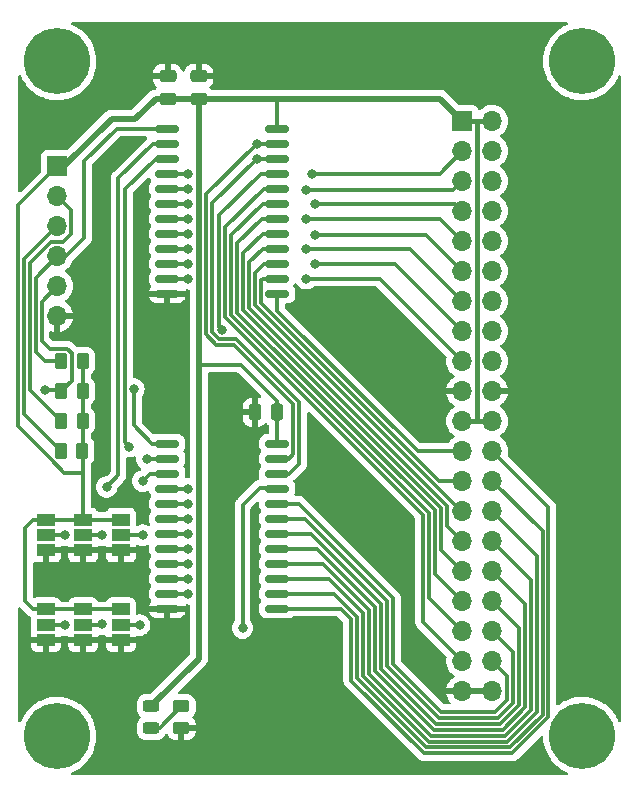
<source format=gtl>
G04 #@! TF.GenerationSoftware,KiCad,Pcbnew,6.0.5-2.fc36*
G04 #@! TF.CreationDate,2022-06-02T11:59:58-04:00*
G04 #@! TF.ProjectId,switch_mux_breakout,73776974-6368-45f6-9d75-785f62726561,0*
G04 #@! TF.SameCoordinates,Original*
G04 #@! TF.FileFunction,Copper,L1,Top*
G04 #@! TF.FilePolarity,Positive*
%FSLAX46Y46*%
G04 Gerber Fmt 4.6, Leading zero omitted, Abs format (unit mm)*
G04 Created by KiCad (PCBNEW 6.0.5-2.fc36) date 2022-06-02 11:59:58*
%MOMM*%
%LPD*%
G01*
G04 APERTURE LIST*
G04 Aperture macros list*
%AMRoundRect*
0 Rectangle with rounded corners*
0 $1 Rounding radius*
0 $2 $3 $4 $5 $6 $7 $8 $9 X,Y pos of 4 corners*
0 Add a 4 corners polygon primitive as box body*
4,1,4,$2,$3,$4,$5,$6,$7,$8,$9,$2,$3,0*
0 Add four circle primitives for the rounded corners*
1,1,$1+$1,$2,$3*
1,1,$1+$1,$4,$5*
1,1,$1+$1,$6,$7*
1,1,$1+$1,$8,$9*
0 Add four rect primitives between the rounded corners*
20,1,$1+$1,$2,$3,$4,$5,0*
20,1,$1+$1,$4,$5,$6,$7,0*
20,1,$1+$1,$6,$7,$8,$9,0*
20,1,$1+$1,$8,$9,$2,$3,0*%
G04 Aperture macros list end*
G04 #@! TA.AperFunction,SMDPad,CuDef*
%ADD10RoundRect,0.150000X-0.875000X-0.150000X0.875000X-0.150000X0.875000X0.150000X-0.875000X0.150000X0*%
G04 #@! TD*
G04 #@! TA.AperFunction,ComponentPad*
%ADD11R,1.700000X1.700000*%
G04 #@! TD*
G04 #@! TA.AperFunction,ComponentPad*
%ADD12O,1.700000X1.700000*%
G04 #@! TD*
G04 #@! TA.AperFunction,SMDPad,CuDef*
%ADD13R,1.500000X1.000000*%
G04 #@! TD*
G04 #@! TA.AperFunction,SMDPad,CuDef*
%ADD14RoundRect,0.250000X0.475000X-0.250000X0.475000X0.250000X-0.475000X0.250000X-0.475000X-0.250000X0*%
G04 #@! TD*
G04 #@! TA.AperFunction,SMDPad,CuDef*
%ADD15RoundRect,0.243750X0.456250X-0.243750X0.456250X0.243750X-0.456250X0.243750X-0.456250X-0.243750X0*%
G04 #@! TD*
G04 #@! TA.AperFunction,SMDPad,CuDef*
%ADD16RoundRect,0.250000X0.262500X0.450000X-0.262500X0.450000X-0.262500X-0.450000X0.262500X-0.450000X0*%
G04 #@! TD*
G04 #@! TA.AperFunction,ComponentPad*
%ADD17C,5.600000*%
G04 #@! TD*
G04 #@! TA.AperFunction,SMDPad,CuDef*
%ADD18RoundRect,0.250000X0.250000X0.475000X-0.250000X0.475000X-0.250000X-0.475000X0.250000X-0.475000X0*%
G04 #@! TD*
G04 #@! TA.AperFunction,SMDPad,CuDef*
%ADD19RoundRect,0.250000X-0.450000X0.262500X-0.450000X-0.262500X0.450000X-0.262500X0.450000X0.262500X0*%
G04 #@! TD*
G04 #@! TA.AperFunction,ViaPad*
%ADD20C,0.800000*%
G04 #@! TD*
G04 #@! TA.AperFunction,Conductor*
%ADD21C,0.300000*%
G04 #@! TD*
G04 #@! TA.AperFunction,Conductor*
%ADD22C,0.500000*%
G04 #@! TD*
G04 #@! TA.AperFunction,Conductor*
%ADD23C,0.400000*%
G04 #@! TD*
G04 APERTURE END LIST*
D10*
X123620000Y-92075000D03*
X123620000Y-93345000D03*
X123620000Y-94615000D03*
X123620000Y-95885000D03*
X123620000Y-97155000D03*
X123620000Y-98425000D03*
X123620000Y-99695000D03*
X123620000Y-100965000D03*
X123620000Y-102235000D03*
X123620000Y-103505000D03*
X123620000Y-104775000D03*
X123620000Y-106045000D03*
X132920000Y-106045000D03*
X132920000Y-104775000D03*
X132920000Y-103505000D03*
X132920000Y-102235000D03*
X132920000Y-100965000D03*
X132920000Y-99695000D03*
X132920000Y-98425000D03*
X132920000Y-97155000D03*
X132920000Y-95885000D03*
X132920000Y-94615000D03*
X132920000Y-93345000D03*
X132920000Y-92075000D03*
D11*
X148590000Y-64770000D03*
D12*
X151130000Y-64770000D03*
X148590000Y-67310000D03*
X151130000Y-67310000D03*
X148590000Y-69850000D03*
X151130000Y-69850000D03*
X148590000Y-72390000D03*
X151130000Y-72390000D03*
X148590000Y-74930000D03*
X151130000Y-74930000D03*
X148590000Y-77470000D03*
X151130000Y-77470000D03*
X148590000Y-80010000D03*
X151130000Y-80010000D03*
X148590000Y-82550000D03*
X151130000Y-82550000D03*
X148590000Y-85090000D03*
X151130000Y-85090000D03*
X148590000Y-87630000D03*
X151130000Y-87630000D03*
X148590000Y-90170000D03*
X151130000Y-90170000D03*
X148590000Y-92710000D03*
X151130000Y-92710000D03*
X148590000Y-95250000D03*
X151130000Y-95250000D03*
X148590000Y-97790000D03*
X151130000Y-97790000D03*
X148590000Y-100330000D03*
X151130000Y-100330000D03*
X148590000Y-102870000D03*
X151130000Y-102870000D03*
X148590000Y-105410000D03*
X151130000Y-105410000D03*
X148590000Y-107950000D03*
X151130000Y-107950000D03*
X148590000Y-110490000D03*
X151130000Y-110490000D03*
X148590000Y-113030000D03*
X151130000Y-113030000D03*
D13*
X119684800Y-101122000D03*
X119684800Y-99822000D03*
X119684800Y-98522000D03*
D14*
X123647200Y-62860000D03*
X123647200Y-60960000D03*
D15*
X122275600Y-116177300D03*
X122275600Y-114302300D03*
D16*
X116482500Y-85090000D03*
X114657500Y-85090000D03*
D13*
X116509800Y-101122000D03*
X116509800Y-99822000D03*
X116509800Y-98522000D03*
D11*
X114300000Y-68580000D03*
D12*
X114300000Y-71120000D03*
X114300000Y-73660000D03*
X114300000Y-76200000D03*
X114300000Y-78740000D03*
X114300000Y-81280000D03*
D13*
X119684800Y-108712000D03*
X119684800Y-107412000D03*
X119684800Y-106112000D03*
D17*
X158750000Y-59690000D03*
D16*
X116482500Y-87630000D03*
X114657500Y-87630000D03*
D18*
X132913200Y-89433400D03*
X131013200Y-89433400D03*
D17*
X158750000Y-116840000D03*
D13*
X113334800Y-101122000D03*
X113334800Y-99822000D03*
X113334800Y-98522000D03*
D19*
X124815600Y-114329600D03*
X124815600Y-116154600D03*
D16*
X116435500Y-92710000D03*
X114610500Y-92710000D03*
D17*
X114300000Y-116840000D03*
D14*
X126288800Y-62860000D03*
X126288800Y-60960000D03*
D16*
X116459000Y-90170000D03*
X114634000Y-90170000D03*
D13*
X113334800Y-108712000D03*
X113334800Y-107412000D03*
X113334800Y-106112000D03*
D10*
X123620000Y-65405000D03*
X123620000Y-66675000D03*
X123620000Y-67945000D03*
X123620000Y-69215000D03*
X123620000Y-70485000D03*
X123620000Y-71755000D03*
X123620000Y-73025000D03*
X123620000Y-74295000D03*
X123620000Y-75565000D03*
X123620000Y-76835000D03*
X123620000Y-78105000D03*
X123620000Y-79375000D03*
X132920000Y-79375000D03*
X132920000Y-78105000D03*
X132920000Y-76835000D03*
X132920000Y-75565000D03*
X132920000Y-74295000D03*
X132920000Y-73025000D03*
X132920000Y-71755000D03*
X132920000Y-70485000D03*
X132920000Y-69215000D03*
X132920000Y-67945000D03*
X132920000Y-66675000D03*
X132920000Y-65405000D03*
D13*
X116509800Y-108712000D03*
X116509800Y-107412000D03*
X116509800Y-106112000D03*
D17*
X114300000Y-59690000D03*
D20*
X135382000Y-78105000D03*
X136144000Y-76835000D03*
X135382000Y-75565000D03*
X136144000Y-74422000D03*
X135382000Y-73025000D03*
X136144000Y-71755000D03*
X135382000Y-70612000D03*
X135890000Y-69215000D03*
X127000000Y-116205000D03*
X131191000Y-67945000D03*
X131191000Y-66675000D03*
X113258600Y-87579200D03*
X120789900Y-87452200D03*
X121539000Y-99822000D03*
X128270000Y-82448400D03*
X118491000Y-95758000D03*
X118110000Y-99822000D03*
X114935000Y-99822000D03*
X120396000Y-92329000D03*
X129997200Y-107696000D03*
X121285000Y-107442000D03*
X125349000Y-69215000D03*
X125349000Y-95885000D03*
X125349000Y-70485000D03*
X125349000Y-97155000D03*
X125349000Y-71755000D03*
X125349000Y-98425000D03*
X125349000Y-73025000D03*
X125349000Y-99695000D03*
X125349000Y-74295000D03*
X125349000Y-100965000D03*
X125349000Y-75565000D03*
X125349000Y-102235000D03*
X125349000Y-76835000D03*
X125349000Y-103505000D03*
X125349000Y-78105000D03*
X125349000Y-104775000D03*
X121869200Y-93370400D03*
X118110000Y-107391200D03*
X114935000Y-107442000D03*
X121539000Y-95250000D03*
X123621800Y-107492800D03*
X128701800Y-61010800D03*
X129921000Y-87757000D03*
X116535200Y-103860600D03*
X123520200Y-81280000D03*
X121412000Y-61010800D03*
D21*
X148590000Y-67310000D02*
X146685000Y-69215000D01*
X146685000Y-69215000D02*
X135890000Y-69215000D01*
X138303000Y-106045000D02*
X132920000Y-106045000D01*
D22*
X126288800Y-62860000D02*
X132720000Y-62860000D01*
X132720000Y-62860000D02*
X146680000Y-62860000D01*
D21*
X132920000Y-65405000D02*
X132920000Y-63060000D01*
X132920000Y-63060000D02*
X132720000Y-62860000D01*
D22*
X146680000Y-62860000D02*
X148590000Y-64770000D01*
D23*
X149860000Y-90170000D02*
X151130000Y-90170000D01*
X148590000Y-90170000D02*
X149860000Y-90170000D01*
X148590000Y-64770000D02*
X149860000Y-64770000D01*
X149860000Y-64770000D02*
X151130000Y-64770000D01*
X149860000Y-90170000D02*
X149860000Y-64770000D01*
D21*
X153399022Y-107679022D02*
X151130000Y-105410000D01*
X139700000Y-106735585D02*
X139700000Y-111942584D01*
X139700000Y-111942584D02*
X145562477Y-117805061D01*
X152625429Y-117805062D02*
X155397066Y-115033423D01*
X141224000Y-105918000D02*
X141224000Y-111347336D01*
X155397066Y-99517066D02*
X151130000Y-95250000D01*
X151130000Y-92710000D02*
X155896577Y-97476577D01*
X132920000Y-103505000D02*
X137287000Y-103505000D01*
X146183192Y-116306528D02*
X152004714Y-116306532D01*
X145769382Y-117305550D02*
X152418524Y-117305552D01*
X132920000Y-102235000D02*
X136779000Y-102235000D01*
X153898533Y-114412711D02*
X153898533Y-105638533D01*
X152418524Y-117305552D02*
X154897555Y-114826519D01*
X154897555Y-114826519D02*
X154897555Y-101557555D01*
X140716000Y-111545752D02*
X145976287Y-116806039D01*
X154398044Y-114619615D02*
X154398044Y-103598044D01*
X151797810Y-115807021D02*
X153399022Y-114205808D01*
X141224000Y-111347336D02*
X146183192Y-116306528D01*
X141732000Y-111148920D02*
X146390097Y-115807017D01*
X155397066Y-115033423D02*
X155397066Y-99517066D01*
X139192000Y-106934000D02*
X138303000Y-106045000D01*
X141732000Y-105664000D02*
X141732000Y-111148920D01*
X154897555Y-101557555D02*
X151130000Y-97790000D01*
X146390097Y-115807017D02*
X151797810Y-115807021D01*
X132920000Y-99695000D02*
X135763000Y-99695000D01*
X152004714Y-116306532D02*
X153898533Y-114412711D01*
X136271000Y-100965000D02*
X141224000Y-105918000D01*
X132920000Y-100965000D02*
X136271000Y-100965000D01*
X153399022Y-114205808D02*
X153399022Y-107679022D01*
X153898533Y-105638533D02*
X151130000Y-102870000D01*
X154398044Y-103598044D02*
X151130000Y-100330000D01*
X145976287Y-116806039D02*
X152211619Y-116806042D01*
X137739415Y-104775000D02*
X139700000Y-106735585D01*
X132920000Y-104775000D02*
X137739415Y-104775000D01*
X145562477Y-117805061D02*
X152625429Y-117805062D01*
X140716000Y-106172000D02*
X140716000Y-111545752D01*
X140208000Y-106426000D02*
X140208000Y-111744168D01*
X140208000Y-111744168D02*
X145769382Y-117305550D01*
X137287000Y-103505000D02*
X140208000Y-106426000D01*
X152211619Y-116806042D02*
X154398044Y-114619615D01*
X135763000Y-99695000D02*
X141732000Y-105664000D01*
X136779000Y-102235000D02*
X140716000Y-106172000D01*
X155896577Y-97476577D02*
X155896577Y-115240330D01*
X155896577Y-115240330D02*
X152832335Y-118304572D01*
X152832335Y-118304572D02*
X145355572Y-118304572D01*
X145355572Y-118304572D02*
X139192000Y-112141000D01*
X139192000Y-112141000D02*
X139192000Y-106934000D01*
X142739511Y-110735511D02*
X146812000Y-114808000D01*
X134747000Y-97155000D02*
X142739511Y-105147511D01*
X132920000Y-97155000D02*
X134747000Y-97155000D01*
X152899511Y-113998904D02*
X152899511Y-109719511D01*
X151384000Y-114808000D02*
X152400000Y-113792000D01*
X132920000Y-98425000D02*
X135255000Y-98425000D01*
X142240000Y-105410000D02*
X142240000Y-110942416D01*
X146812000Y-114808000D02*
X151384000Y-114808000D01*
X135255000Y-98425000D02*
X142240000Y-105410000D01*
X146605096Y-115307511D02*
X151590905Y-115307511D01*
X152899511Y-109719511D02*
X151130000Y-107950000D01*
X151590905Y-115307511D02*
X152899511Y-113998904D01*
X142739511Y-105147511D02*
X142739511Y-110735511D01*
X142240000Y-110942416D02*
X146605096Y-115307511D01*
X152400000Y-113792000D02*
X152400000Y-111760000D01*
X152400000Y-111760000D02*
X151130000Y-110490000D01*
X148590000Y-110490000D02*
X145288000Y-107188000D01*
X145288000Y-107188000D02*
X145288000Y-98131281D01*
X128548362Y-81391643D02*
X128548362Y-73762638D01*
X145288000Y-98131281D02*
X128548362Y-81391643D01*
X128548362Y-73762638D02*
X131826000Y-70485000D01*
X131826000Y-70485000D02*
X132920000Y-70485000D01*
X132920000Y-71755000D02*
X131699000Y-71755000D01*
X131699000Y-71755000D02*
X129047881Y-74406119D01*
X145796000Y-105156000D02*
X148590000Y-107950000D01*
X129047881Y-74406119D02*
X129047881Y-81184735D01*
X129047881Y-81184735D02*
X145796000Y-97932854D01*
X145796000Y-97932854D02*
X145796000Y-105156000D01*
X132920000Y-73025000D02*
X131627572Y-73025000D01*
X131627572Y-73025000D02*
X129547400Y-75105172D01*
X129547400Y-75105172D02*
X129547400Y-80977838D01*
X129547400Y-80977838D02*
X146304000Y-97734438D01*
X146304000Y-103124000D02*
X148590000Y-105410000D01*
X146304000Y-97734438D02*
X146304000Y-103124000D01*
X132920000Y-74295000D02*
X131699000Y-74295000D01*
X131699000Y-74295000D02*
X130046920Y-75947080D01*
X146812000Y-97536000D02*
X146812000Y-101092000D01*
X130046920Y-75947080D02*
X130046920Y-80770920D01*
X130046920Y-80770920D02*
X146812000Y-97536000D01*
X146812000Y-101092000D02*
X148590000Y-102870000D01*
X132920000Y-75565000D02*
X131699000Y-75565000D01*
X131699000Y-75565000D02*
X130546440Y-76717560D01*
X130546440Y-76717560D02*
X130546440Y-80564012D01*
X130546440Y-80564012D02*
X147320000Y-97337572D01*
X147320000Y-97337572D02*
X147320000Y-99060000D01*
X147320000Y-99060000D02*
X148590000Y-100330000D01*
X132920000Y-76835000D02*
X131826000Y-76835000D01*
X131826000Y-76835000D02*
X131045960Y-77615040D01*
X131045960Y-77615040D02*
X131045960Y-80357104D01*
X131045960Y-80357104D02*
X148478856Y-97790000D01*
X148478856Y-97790000D02*
X148590000Y-97790000D01*
D22*
X126288800Y-85394800D02*
X126288800Y-110289100D01*
X126288800Y-110289100D02*
X122275600Y-114302300D01*
D21*
X148590000Y-85090000D02*
X141605000Y-78105000D01*
X141605000Y-78105000D02*
X135382000Y-78105000D01*
X136144000Y-76835000D02*
X142875000Y-76835000D01*
X142875000Y-76835000D02*
X148590000Y-82550000D01*
X148590000Y-80010000D02*
X144145000Y-75565000D01*
X144145000Y-75565000D02*
X135382000Y-75565000D01*
X148590000Y-77470000D02*
X145542000Y-74422000D01*
X145542000Y-74422000D02*
X136144000Y-74422000D01*
X148590000Y-69850000D02*
X147828000Y-70612000D01*
X147828000Y-70612000D02*
X135382000Y-70612000D01*
X135382000Y-73025000D02*
X146685000Y-73025000D01*
X146685000Y-73025000D02*
X148590000Y-74930000D01*
X136144000Y-71755000D02*
X147955000Y-71755000D01*
X147955000Y-71755000D02*
X148590000Y-72390000D01*
X132920000Y-79375000D02*
X132920000Y-80818288D01*
X132920000Y-80818288D02*
X144811712Y-92710000D01*
X144811712Y-92710000D02*
X148590000Y-92710000D01*
X132920000Y-78105000D02*
X131699000Y-78105000D01*
X131545480Y-80150196D02*
X146645284Y-95250000D01*
X146645284Y-95250000D02*
X148590000Y-95250000D01*
X131699000Y-78105000D02*
X131545480Y-78258520D01*
X131545480Y-78258520D02*
X131545480Y-80150196D01*
X122967900Y-116177300D02*
X124815600Y-114329600D01*
X122275600Y-116177300D02*
X122967900Y-116177300D01*
X132920000Y-67945000D02*
X131191000Y-67945000D01*
X115499511Y-72319511D02*
X115499511Y-74297833D01*
X134794040Y-93780560D02*
X133959600Y-94615000D01*
X127959541Y-83197911D02*
X129476711Y-83197911D01*
X111980161Y-76823473D02*
X111980161Y-87516161D01*
X129476711Y-83197911D02*
X134794040Y-88515240D01*
X115499511Y-74297833D02*
X114796855Y-75000489D01*
X133959600Y-94615000D02*
X132920000Y-94615000D01*
X134794040Y-88515240D02*
X134794040Y-93780560D01*
X131191000Y-67945000D02*
X127387840Y-71748160D01*
X113803145Y-75000489D02*
X111980161Y-76823473D01*
X111980161Y-87516161D02*
X114634000Y-90170000D01*
X114796855Y-75000489D02*
X113803145Y-75000489D01*
X114300000Y-71120000D02*
X115499511Y-72319511D01*
X127387840Y-82626210D02*
X127959541Y-83197911D01*
X127387840Y-71748160D02*
X127387840Y-82626210D01*
X126888320Y-70977680D02*
X131191000Y-66675000D01*
X126888320Y-82833117D02*
X126888320Y-70977680D01*
X134294520Y-88722148D02*
X129269802Y-83697430D01*
X111480641Y-76479359D02*
X114300000Y-73660000D01*
X127752632Y-83697430D02*
X126888320Y-82833117D01*
X111480641Y-89580141D02*
X111480641Y-76479359D01*
X132920000Y-93345000D02*
X133908800Y-93345000D01*
X132920000Y-66675000D02*
X131191000Y-66675000D01*
X129269802Y-83697430D02*
X127752632Y-83697430D01*
X133908800Y-93345000D02*
X134294520Y-92959280D01*
X114610500Y-92710000D02*
X111480641Y-89580141D01*
X134294520Y-92959280D02*
X134294520Y-88722148D01*
X114300000Y-76200000D02*
X115062000Y-76200000D01*
X119354600Y-65405000D02*
X123620000Y-65405000D01*
X112479680Y-84336480D02*
X112479680Y-78020320D01*
X116586000Y-68173600D02*
X119354600Y-65405000D01*
X113233200Y-85090000D02*
X112479680Y-84336480D01*
X115062000Y-76200000D02*
X116586000Y-74676000D01*
X114657500Y-85090000D02*
X113233200Y-85090000D01*
X112479680Y-78020320D02*
X114300000Y-76200000D01*
X116586000Y-74676000D02*
X116586000Y-68173600D01*
X120789900Y-90538500D02*
X122326400Y-92075000D01*
X115168329Y-84040480D02*
X113656880Y-84040480D01*
X112979200Y-83362800D02*
X112979200Y-80060800D01*
X113258600Y-87579200D02*
X114606700Y-87579200D01*
X114606700Y-87579200D02*
X114657500Y-87630000D01*
X120789900Y-87452200D02*
X120789900Y-90538500D01*
X115519520Y-84391671D02*
X115168329Y-84040480D01*
X113656880Y-84040480D02*
X112979200Y-83362800D01*
X122326400Y-92075000D02*
X123620000Y-92075000D01*
X114657500Y-87630000D02*
X115519520Y-86767980D01*
X115519520Y-86767980D02*
X115519520Y-84391671D01*
X112979200Y-80060800D02*
X114300000Y-78740000D01*
X128016000Y-72745600D02*
X131546600Y-69215000D01*
X121539000Y-99822000D02*
X119684800Y-99822000D01*
X128016000Y-72745600D02*
X128016000Y-82194400D01*
X128016000Y-82194400D02*
X128270000Y-82448400D01*
X132920000Y-69215000D02*
X131546600Y-69215000D01*
X116509800Y-99822000D02*
X118110000Y-99822000D01*
X119481600Y-69596000D02*
X122402600Y-66675000D01*
X122402600Y-66675000D02*
X123620000Y-66675000D01*
X118491000Y-95758000D02*
X119481600Y-94767400D01*
X119481600Y-94767400D02*
X119481600Y-69596000D01*
X120040389Y-91973389D02*
X120040389Y-70561211D01*
X120040389Y-70561211D02*
X122656600Y-67945000D01*
X122656600Y-67945000D02*
X123620000Y-67945000D01*
X113334800Y-99822000D02*
X114935000Y-99822000D01*
X120396000Y-92329000D02*
X120040389Y-91973389D01*
X132843800Y-95808800D02*
X132920000Y-95885000D01*
X121285000Y-107442000D02*
X119714800Y-107442000D01*
X119714800Y-107442000D02*
X119684800Y-107412000D01*
X131470400Y-95808800D02*
X132843800Y-95808800D01*
X129997200Y-107696000D02*
X129997200Y-97282000D01*
X129997200Y-97282000D02*
X131470400Y-95808800D01*
X125349000Y-69215000D02*
X123620000Y-69215000D01*
X123620000Y-95885000D02*
X125349000Y-95885000D01*
X125349000Y-70485000D02*
X123620000Y-70485000D01*
X123620000Y-97155000D02*
X125349000Y-97155000D01*
X125349000Y-71755000D02*
X123620000Y-71755000D01*
X123620000Y-98425000D02*
X125349000Y-98425000D01*
X125349000Y-73025000D02*
X123620000Y-73025000D01*
X123620000Y-99695000D02*
X125349000Y-99695000D01*
X125349000Y-74295000D02*
X123620000Y-74295000D01*
X123620000Y-100965000D02*
X125349000Y-100965000D01*
X125349000Y-75565000D02*
X123620000Y-75565000D01*
X123620000Y-102235000D02*
X125349000Y-102235000D01*
X125349000Y-76835000D02*
X123620000Y-76835000D01*
X123620000Y-103505000D02*
X125349000Y-103505000D01*
X125349000Y-78105000D02*
X123620000Y-78105000D01*
X123620000Y-104775000D02*
X125349000Y-104775000D01*
X123594600Y-93370400D02*
X123620000Y-93345000D01*
X116509800Y-107412000D02*
X118089200Y-107412000D01*
X121869200Y-93370400D02*
X123594600Y-93370400D01*
X118089200Y-107412000D02*
X118110000Y-107391200D01*
X113364800Y-107442000D02*
X113334800Y-107412000D01*
X114935000Y-107442000D02*
X113364800Y-107442000D01*
X122174000Y-94615000D02*
X121539000Y-95250000D01*
X123620000Y-94615000D02*
X122174000Y-94615000D01*
X114904351Y-94564200D02*
X113748480Y-93408329D01*
D22*
X122636200Y-62860000D02*
X120929400Y-64566800D01*
X123647200Y-62860000D02*
X122636200Y-62860000D01*
X114909600Y-68580000D02*
X114300000Y-68580000D01*
D21*
X129844800Y-85394800D02*
X126288800Y-85394800D01*
X113748480Y-93377680D02*
X110981122Y-90610322D01*
X116482500Y-92663000D02*
X116435500Y-92710000D01*
X116509800Y-94615000D02*
X116509800Y-98522000D01*
X132913200Y-89433400D02*
X132913200Y-88463200D01*
X111582200Y-105410000D02*
X112284200Y-106112000D01*
X119684800Y-98522000D02*
X113334800Y-98522000D01*
X111582200Y-99187000D02*
X111582200Y-105410000D01*
D22*
X126288800Y-62860000D02*
X123647200Y-62860000D01*
D21*
X112284200Y-106112000D02*
X113334800Y-106112000D01*
X113334800Y-98522000D02*
X112247200Y-98522000D01*
X132913200Y-92068200D02*
X132920000Y-92075000D01*
X132913200Y-88463200D02*
X129844800Y-85394800D01*
X112247200Y-98522000D02*
X111582200Y-99187000D01*
D22*
X126288800Y-85394800D02*
X126288800Y-62860000D01*
D21*
X132913200Y-89433400D02*
X132913200Y-92068200D01*
X116482500Y-85090000D02*
X116482500Y-92663000D01*
X110981122Y-90610322D02*
X110981122Y-71898878D01*
X110981122Y-71898878D02*
X114300000Y-68580000D01*
D22*
X118922800Y-64566800D02*
X114909600Y-68580000D01*
D21*
X116509800Y-92784300D02*
X116509800Y-94615000D01*
X113748480Y-93408329D02*
X113748480Y-93377680D01*
X116435500Y-92710000D02*
X116509800Y-92784300D01*
X116459000Y-94564200D02*
X114904351Y-94564200D01*
X119684800Y-106112000D02*
X113334800Y-106112000D01*
X116509800Y-94615000D02*
X116459000Y-94564200D01*
D22*
X120929400Y-64566800D02*
X118922800Y-64566800D01*
G04 #@! TA.AperFunction,Conductor*
G36*
X129587971Y-86073302D02*
G01*
X129608945Y-86090205D01*
X131514883Y-87996143D01*
X131548909Y-88058455D01*
X131543844Y-88129270D01*
X131501297Y-88186106D01*
X131434777Y-88210917D01*
X131412946Y-88210582D01*
X131316763Y-88200728D01*
X131310345Y-88200400D01*
X131285315Y-88200400D01*
X131270076Y-88204875D01*
X131268871Y-88206265D01*
X131267200Y-88213948D01*
X131267200Y-90648284D01*
X131271675Y-90663523D01*
X131273065Y-90664728D01*
X131280748Y-90666399D01*
X131310295Y-90666399D01*
X131316814Y-90666062D01*
X131412406Y-90656143D01*
X131425800Y-90653251D01*
X131579984Y-90601812D01*
X131593162Y-90595639D01*
X131731007Y-90510337D01*
X131742408Y-90501301D01*
X131856938Y-90386572D01*
X131863994Y-90377638D01*
X131921912Y-90336577D01*
X131992835Y-90333347D01*
X132054246Y-90368974D01*
X132061046Y-90376807D01*
X132064722Y-90382748D01*
X132189897Y-90507705D01*
X132196128Y-90511546D01*
X132201873Y-90516083D01*
X132200823Y-90517413D01*
X132242308Y-90563507D01*
X132254700Y-90617997D01*
X132254700Y-91140500D01*
X132234698Y-91208621D01*
X132181042Y-91255114D01*
X132128700Y-91266500D01*
X131978498Y-91266500D01*
X131976050Y-91266693D01*
X131976042Y-91266693D01*
X131947579Y-91268933D01*
X131947574Y-91268934D01*
X131941169Y-91269438D01*
X131845263Y-91297301D01*
X131789012Y-91313643D01*
X131789010Y-91313644D01*
X131781399Y-91315855D01*
X131774572Y-91319892D01*
X131774573Y-91319892D01*
X131645020Y-91396509D01*
X131645017Y-91396511D01*
X131638193Y-91400547D01*
X131520547Y-91518193D01*
X131516511Y-91525017D01*
X131516509Y-91525020D01*
X131481656Y-91583954D01*
X131435855Y-91661399D01*
X131389438Y-91821169D01*
X131388934Y-91827574D01*
X131388933Y-91827579D01*
X131386693Y-91856042D01*
X131386500Y-91858498D01*
X131386500Y-92291502D01*
X131389438Y-92328831D01*
X131416683Y-92422609D01*
X131430488Y-92470126D01*
X131435855Y-92488601D01*
X131520547Y-92631807D01*
X131523229Y-92634489D01*
X131548502Y-92698861D01*
X131534600Y-92768484D01*
X131524428Y-92784312D01*
X131520547Y-92788193D01*
X131435855Y-92931399D01*
X131389438Y-93091169D01*
X131388934Y-93097574D01*
X131388933Y-93097579D01*
X131386693Y-93126042D01*
X131386500Y-93128498D01*
X131386500Y-93561502D01*
X131386693Y-93563950D01*
X131386693Y-93563958D01*
X131388239Y-93583595D01*
X131389438Y-93598831D01*
X131391233Y-93605008D01*
X131432351Y-93746539D01*
X131435855Y-93758601D01*
X131520547Y-93901807D01*
X131523229Y-93904489D01*
X131548502Y-93968861D01*
X131534600Y-94038484D01*
X131524428Y-94054312D01*
X131520547Y-94058193D01*
X131435855Y-94201399D01*
X131433644Y-94209010D01*
X131433643Y-94209012D01*
X131430538Y-94219699D01*
X131389438Y-94361169D01*
X131388934Y-94367574D01*
X131388933Y-94367579D01*
X131386693Y-94396042D01*
X131386500Y-94398498D01*
X131386500Y-94831502D01*
X131386693Y-94833950D01*
X131386693Y-94833958D01*
X131388607Y-94858268D01*
X131389438Y-94868831D01*
X131391232Y-94875007D01*
X131391233Y-94875011D01*
X131428557Y-95003483D01*
X131428354Y-95074479D01*
X131389800Y-95134095D01*
X131323353Y-95163641D01*
X131313201Y-95164924D01*
X131313197Y-95164925D01*
X131305336Y-95165918D01*
X131297971Y-95168834D01*
X131297967Y-95168835D01*
X131262382Y-95182924D01*
X131251152Y-95186769D01*
X131206799Y-95199655D01*
X131199975Y-95203691D01*
X131188343Y-95210570D01*
X131170587Y-95219269D01*
X131150644Y-95227165D01*
X131137724Y-95236552D01*
X131113268Y-95254320D01*
X131103349Y-95260835D01*
X131070423Y-95280308D01*
X131070419Y-95280311D01*
X131063593Y-95284348D01*
X131048432Y-95299509D01*
X131033400Y-95312348D01*
X131016043Y-95324959D01*
X131010990Y-95331067D01*
X130986594Y-95360557D01*
X130978604Y-95369337D01*
X129589596Y-96758345D01*
X129580813Y-96766337D01*
X129574120Y-96770584D01*
X129568694Y-96776362D01*
X129525595Y-96822258D01*
X129522840Y-96825100D01*
X129502273Y-96845667D01*
X129499556Y-96849170D01*
X129491848Y-96858195D01*
X129460228Y-96891867D01*
X129456407Y-96898818D01*
X129456406Y-96898819D01*
X129449897Y-96910658D01*
X129439043Y-96927182D01*
X129432171Y-96936042D01*
X129425896Y-96944132D01*
X129422749Y-96951404D01*
X129422748Y-96951406D01*
X129407546Y-96986535D01*
X129402324Y-96997195D01*
X129395233Y-97010094D01*
X129380076Y-97037663D01*
X129374741Y-97058441D01*
X129368342Y-97077131D01*
X129359820Y-97096824D01*
X129358580Y-97104655D01*
X129352594Y-97142448D01*
X129350187Y-97154071D01*
X129338700Y-97198812D01*
X129338700Y-97220259D01*
X129337149Y-97239969D01*
X129333794Y-97261152D01*
X129334540Y-97269043D01*
X129338141Y-97307138D01*
X129338700Y-97318996D01*
X129338700Y-107021241D01*
X129318698Y-107089362D01*
X129306336Y-107105551D01*
X129281208Y-107133459D01*
X129258160Y-107159056D01*
X129162673Y-107324444D01*
X129103658Y-107506072D01*
X129102968Y-107512633D01*
X129102968Y-107512635D01*
X129084386Y-107689435D01*
X129083696Y-107696000D01*
X129103658Y-107885928D01*
X129162673Y-108067556D01*
X129258160Y-108232944D01*
X129262578Y-108237851D01*
X129262579Y-108237852D01*
X129341113Y-108325073D01*
X129385947Y-108374866D01*
X129540448Y-108487118D01*
X129546476Y-108489802D01*
X129546478Y-108489803D01*
X129708881Y-108562109D01*
X129714912Y-108564794D01*
X129808313Y-108584647D01*
X129895256Y-108603128D01*
X129895261Y-108603128D01*
X129901713Y-108604500D01*
X130092687Y-108604500D01*
X130099139Y-108603128D01*
X130099144Y-108603128D01*
X130186088Y-108584647D01*
X130279488Y-108564794D01*
X130285519Y-108562109D01*
X130447922Y-108489803D01*
X130447924Y-108489802D01*
X130453952Y-108487118D01*
X130608453Y-108374866D01*
X130653287Y-108325073D01*
X130731821Y-108237852D01*
X130731822Y-108237851D01*
X130736240Y-108232944D01*
X130831727Y-108067556D01*
X130890742Y-107885928D01*
X130910704Y-107696000D01*
X130910014Y-107689435D01*
X130891432Y-107512635D01*
X130891432Y-107512633D01*
X130890742Y-107506072D01*
X130831727Y-107324444D01*
X130736240Y-107159056D01*
X130713193Y-107133459D01*
X130688064Y-107105551D01*
X130657346Y-107041544D01*
X130655700Y-107021241D01*
X130655700Y-97606950D01*
X130675702Y-97538829D01*
X130692605Y-97517855D01*
X131171405Y-97039055D01*
X131233717Y-97005029D01*
X131304532Y-97010094D01*
X131361368Y-97052641D01*
X131386179Y-97119161D01*
X131386500Y-97128150D01*
X131386500Y-97371502D01*
X131386693Y-97373950D01*
X131386693Y-97373958D01*
X131387222Y-97380671D01*
X131389438Y-97408831D01*
X131403032Y-97455621D01*
X131427206Y-97538829D01*
X131435855Y-97568601D01*
X131520547Y-97711807D01*
X131523229Y-97714489D01*
X131548502Y-97778861D01*
X131534600Y-97848484D01*
X131524428Y-97864312D01*
X131520547Y-97868193D01*
X131435855Y-98011399D01*
X131433644Y-98019010D01*
X131433643Y-98019012D01*
X131426306Y-98044268D01*
X131389438Y-98171169D01*
X131386500Y-98208498D01*
X131386500Y-98641502D01*
X131386693Y-98643950D01*
X131386693Y-98643958D01*
X131387828Y-98658373D01*
X131389438Y-98678831D01*
X131435855Y-98838601D01*
X131520547Y-98981807D01*
X131523229Y-98984489D01*
X131548502Y-99048861D01*
X131534600Y-99118484D01*
X131524428Y-99134312D01*
X131520547Y-99138193D01*
X131435855Y-99281399D01*
X131389438Y-99441169D01*
X131388934Y-99447574D01*
X131388933Y-99447579D01*
X131386693Y-99476042D01*
X131386500Y-99478498D01*
X131386500Y-99911502D01*
X131389438Y-99948831D01*
X131435855Y-100108601D01*
X131520547Y-100251807D01*
X131523229Y-100254489D01*
X131548502Y-100318861D01*
X131534600Y-100388484D01*
X131524428Y-100404312D01*
X131520547Y-100408193D01*
X131435855Y-100551399D01*
X131389438Y-100711169D01*
X131388934Y-100717574D01*
X131388933Y-100717579D01*
X131386771Y-100745055D01*
X131386500Y-100748498D01*
X131386500Y-101181502D01*
X131389438Y-101218831D01*
X131435855Y-101378601D01*
X131520547Y-101521807D01*
X131523229Y-101524489D01*
X131548502Y-101588861D01*
X131534600Y-101658484D01*
X131524428Y-101674312D01*
X131520547Y-101678193D01*
X131435855Y-101821399D01*
X131389438Y-101981169D01*
X131388934Y-101987574D01*
X131388933Y-101987579D01*
X131386693Y-102016042D01*
X131386500Y-102018498D01*
X131386500Y-102451502D01*
X131386693Y-102453950D01*
X131386693Y-102453958D01*
X131388582Y-102477950D01*
X131389438Y-102488831D01*
X131411895Y-102566128D01*
X131427461Y-102619707D01*
X131435855Y-102648601D01*
X131520547Y-102791807D01*
X131523229Y-102794489D01*
X131548502Y-102858861D01*
X131534600Y-102928484D01*
X131524428Y-102944312D01*
X131520547Y-102948193D01*
X131435855Y-103091399D01*
X131389438Y-103251169D01*
X131386500Y-103288498D01*
X131386500Y-103721502D01*
X131389438Y-103758831D01*
X131435855Y-103918601D01*
X131520547Y-104061807D01*
X131523229Y-104064489D01*
X131548502Y-104128861D01*
X131534600Y-104198484D01*
X131524428Y-104214312D01*
X131520547Y-104218193D01*
X131435855Y-104361399D01*
X131389438Y-104521169D01*
X131388934Y-104527574D01*
X131388933Y-104527579D01*
X131386693Y-104556042D01*
X131386500Y-104558498D01*
X131386500Y-104991502D01*
X131386693Y-104993950D01*
X131386693Y-104993958D01*
X131388436Y-105016098D01*
X131389438Y-105028831D01*
X131410606Y-105101692D01*
X131427461Y-105159707D01*
X131435855Y-105188601D01*
X131520547Y-105331807D01*
X131523229Y-105334489D01*
X131548502Y-105398861D01*
X131534600Y-105468484D01*
X131524428Y-105484312D01*
X131520547Y-105488193D01*
X131435855Y-105631399D01*
X131433644Y-105639010D01*
X131433643Y-105639012D01*
X131420718Y-105683500D01*
X131389438Y-105791169D01*
X131386500Y-105828498D01*
X131386500Y-106261502D01*
X131386693Y-106263950D01*
X131386693Y-106263958D01*
X131388317Y-106284583D01*
X131389438Y-106298831D01*
X131413029Y-106380031D01*
X131433586Y-106450790D01*
X131435855Y-106458601D01*
X131439892Y-106465427D01*
X131516509Y-106594980D01*
X131516511Y-106594983D01*
X131520547Y-106601807D01*
X131638193Y-106719453D01*
X131645017Y-106723489D01*
X131645020Y-106723491D01*
X131720357Y-106768045D01*
X131781399Y-106804145D01*
X131789010Y-106806356D01*
X131789012Y-106806357D01*
X131828400Y-106817800D01*
X131941169Y-106850562D01*
X131947574Y-106851066D01*
X131947579Y-106851067D01*
X131976042Y-106853307D01*
X131976050Y-106853307D01*
X131978498Y-106853500D01*
X133861502Y-106853500D01*
X133863950Y-106853307D01*
X133863958Y-106853307D01*
X133892421Y-106851067D01*
X133892426Y-106851066D01*
X133898831Y-106850562D01*
X134011600Y-106817800D01*
X134050988Y-106806357D01*
X134050990Y-106806356D01*
X134058601Y-106804145D01*
X134172267Y-106736923D01*
X134199112Y-106721047D01*
X134263251Y-106703500D01*
X137978050Y-106703500D01*
X138046171Y-106723502D01*
X138067145Y-106740405D01*
X138496595Y-107169855D01*
X138530621Y-107232167D01*
X138533500Y-107258950D01*
X138533500Y-112058944D01*
X138532941Y-112070800D01*
X138531212Y-112078537D01*
X138531461Y-112086459D01*
X138533438Y-112149369D01*
X138533500Y-112153327D01*
X138533500Y-112182432D01*
X138534056Y-112186832D01*
X138534988Y-112198664D01*
X138536438Y-112244831D01*
X138538650Y-112252444D01*
X138538650Y-112252445D01*
X138542419Y-112265416D01*
X138546430Y-112284782D01*
X138549118Y-112306064D01*
X138552034Y-112313429D01*
X138552035Y-112313433D01*
X138566126Y-112349021D01*
X138569965Y-112360231D01*
X138582855Y-112404600D01*
X138593775Y-112423065D01*
X138602466Y-112440805D01*
X138610365Y-112460756D01*
X138637516Y-112498126D01*
X138644033Y-112508048D01*
X138663507Y-112540977D01*
X138663510Y-112540981D01*
X138667547Y-112547807D01*
X138682711Y-112562971D01*
X138695551Y-112578004D01*
X138708159Y-112595357D01*
X138743752Y-112624802D01*
X138752532Y-112632792D01*
X144831917Y-118712177D01*
X144839907Y-118720957D01*
X144844156Y-118727652D01*
X144849934Y-118733078D01*
X144849935Y-118733079D01*
X144895829Y-118776176D01*
X144898671Y-118778931D01*
X144919239Y-118799499D01*
X144922742Y-118802216D01*
X144931767Y-118809924D01*
X144965439Y-118841544D01*
X144972390Y-118845365D01*
X144972391Y-118845366D01*
X144984230Y-118851875D01*
X145000754Y-118862729D01*
X145010843Y-118870554D01*
X145017704Y-118875876D01*
X145024976Y-118879023D01*
X145024978Y-118879024D01*
X145060107Y-118894226D01*
X145070767Y-118899448D01*
X145100740Y-118915926D01*
X145111235Y-118921696D01*
X145132013Y-118927031D01*
X145150703Y-118933430D01*
X145170396Y-118941952D01*
X145205135Y-118947454D01*
X145216020Y-118949178D01*
X145227643Y-118951585D01*
X145252326Y-118957922D01*
X145272384Y-118963072D01*
X145293831Y-118963072D01*
X145313541Y-118964623D01*
X145334724Y-118967978D01*
X145380713Y-118963631D01*
X145392568Y-118963072D01*
X152750279Y-118963072D01*
X152762135Y-118963631D01*
X152762138Y-118963631D01*
X152769872Y-118965360D01*
X152840704Y-118963134D01*
X152844662Y-118963072D01*
X152873767Y-118963072D01*
X152878167Y-118962516D01*
X152889999Y-118961584D01*
X152936166Y-118960134D01*
X152956756Y-118954152D01*
X152976117Y-118950142D01*
X152983751Y-118949178D01*
X152989539Y-118948447D01*
X152989540Y-118948447D01*
X152997399Y-118947454D01*
X153004764Y-118944538D01*
X153004768Y-118944537D01*
X153040356Y-118930446D01*
X153051566Y-118926607D01*
X153095935Y-118913717D01*
X153114400Y-118902797D01*
X153132140Y-118894106D01*
X153152091Y-118886207D01*
X153189464Y-118859054D01*
X153199383Y-118852539D01*
X153232312Y-118833065D01*
X153232316Y-118833062D01*
X153239142Y-118829025D01*
X153254306Y-118813861D01*
X153269340Y-118801020D01*
X153286692Y-118788413D01*
X153316138Y-118752819D01*
X153324127Y-118744040D01*
X155226584Y-116841583D01*
X155288896Y-116807557D01*
X155359711Y-116812622D01*
X155416547Y-116855169D01*
X155441518Y-116924302D01*
X155454792Y-117186340D01*
X155455329Y-117189695D01*
X155455330Y-117189701D01*
X155460316Y-117220828D01*
X155511470Y-117540195D01*
X155606033Y-117885859D01*
X155737374Y-118219288D01*
X155903957Y-118536582D01*
X155905858Y-118539411D01*
X155905864Y-118539421D01*
X156069076Y-118782304D01*
X156103834Y-118834029D01*
X156334665Y-119108150D01*
X156593751Y-119355738D01*
X156878061Y-119573897D01*
X156910056Y-119593350D01*
X157181355Y-119758303D01*
X157181360Y-119758306D01*
X157184270Y-119760075D01*
X157187358Y-119761521D01*
X157187357Y-119761521D01*
X157485958Y-119901396D01*
X157539161Y-119948406D01*
X157558503Y-120016717D01*
X157537843Y-120084641D01*
X157483740Y-120130613D01*
X157432509Y-120141498D01*
X136597644Y-120141498D01*
X115614058Y-120141497D01*
X115545937Y-120121495D01*
X115499444Y-120067839D01*
X115489340Y-119997565D01*
X115518834Y-119932985D01*
X115561807Y-119900842D01*
X115831954Y-119777729D01*
X115835066Y-119776311D01*
X115929052Y-119720506D01*
X116140262Y-119595099D01*
X116140267Y-119595096D01*
X116143207Y-119593350D01*
X116429786Y-119378180D01*
X116691451Y-119133319D01*
X116925140Y-118861630D01*
X117031750Y-118706512D01*
X117126190Y-118569101D01*
X117126195Y-118569094D01*
X117128120Y-118566292D01*
X117129732Y-118563298D01*
X117129737Y-118563290D01*
X117296395Y-118253772D01*
X117298017Y-118250760D01*
X117432842Y-117918724D01*
X117443142Y-117882568D01*
X117513844Y-117634366D01*
X117531020Y-117574070D01*
X117591401Y-117220828D01*
X117593511Y-117186340D01*
X117611607Y-116890453D01*
X117613278Y-116863131D01*
X117613359Y-116840000D01*
X117593979Y-116482159D01*
X117536066Y-116128505D01*
X117440297Y-115783173D01*
X117439021Y-115779965D01*
X117309052Y-115453369D01*
X117307793Y-115450205D01*
X117196420Y-115239858D01*
X117141702Y-115136513D01*
X117141698Y-115136506D01*
X117140103Y-115133494D01*
X116939190Y-114836746D01*
X116707403Y-114563432D01*
X116447454Y-114316750D01*
X116201665Y-114129509D01*
X116165091Y-114101647D01*
X116165089Y-114101646D01*
X116162384Y-114099585D01*
X116159472Y-114097828D01*
X116159467Y-114097825D01*
X115858443Y-113916236D01*
X115858437Y-113916233D01*
X115855528Y-113914478D01*
X115530475Y-113763593D01*
X115309732Y-113688876D01*
X115194255Y-113649789D01*
X115194250Y-113649788D01*
X115191028Y-113648697D01*
X114922418Y-113589147D01*
X114844493Y-113571871D01*
X114844487Y-113571870D01*
X114841158Y-113571132D01*
X114837769Y-113570758D01*
X114837764Y-113570757D01*
X114488338Y-113532180D01*
X114488333Y-113532180D01*
X114484957Y-113531807D01*
X114481558Y-113531801D01*
X114481557Y-113531801D01*
X114312080Y-113531505D01*
X114126592Y-113531182D01*
X114013413Y-113543277D01*
X113773639Y-113568901D01*
X113773631Y-113568902D01*
X113770256Y-113569263D01*
X113420117Y-113645606D01*
X113080271Y-113759317D01*
X113077178Y-113760739D01*
X113077177Y-113760740D01*
X112895090Y-113844491D01*
X112754694Y-113909066D01*
X112751760Y-113910822D01*
X112751758Y-113910823D01*
X112476001Y-114075860D01*
X112447193Y-114093101D01*
X112444467Y-114095163D01*
X112444465Y-114095164D01*
X112273843Y-114224205D01*
X112161367Y-114309270D01*
X111900559Y-114555043D01*
X111667819Y-114827546D01*
X111665900Y-114830358D01*
X111665897Y-114830363D01*
X111640683Y-114867326D01*
X111465871Y-115123591D01*
X111297077Y-115439714D01*
X111295806Y-115442875D01*
X111295803Y-115442882D01*
X111241404Y-115578204D01*
X111197438Y-115633949D01*
X111130313Y-115657074D01*
X111061341Y-115640237D01*
X111012421Y-115588785D01*
X110998497Y-115531208D01*
X110998497Y-109256669D01*
X112076801Y-109256669D01*
X112077171Y-109263490D01*
X112082695Y-109314352D01*
X112086321Y-109329604D01*
X112131476Y-109450054D01*
X112140014Y-109465649D01*
X112216515Y-109567724D01*
X112229076Y-109580285D01*
X112331151Y-109656786D01*
X112346746Y-109665324D01*
X112467194Y-109710478D01*
X112482449Y-109714105D01*
X112533314Y-109719631D01*
X112540128Y-109720000D01*
X113062685Y-109720000D01*
X113077924Y-109715525D01*
X113079129Y-109714135D01*
X113080800Y-109706452D01*
X113080800Y-109701884D01*
X113588800Y-109701884D01*
X113593275Y-109717123D01*
X113594665Y-109718328D01*
X113602348Y-109719999D01*
X114129469Y-109719999D01*
X114136290Y-109719629D01*
X114187152Y-109714105D01*
X114202404Y-109710479D01*
X114322854Y-109665324D01*
X114338449Y-109656786D01*
X114440524Y-109580285D01*
X114453085Y-109567724D01*
X114529586Y-109465649D01*
X114538124Y-109450054D01*
X114583278Y-109329606D01*
X114586905Y-109314351D01*
X114592431Y-109263486D01*
X114592800Y-109256672D01*
X114592800Y-109256669D01*
X115251801Y-109256669D01*
X115252171Y-109263490D01*
X115257695Y-109314352D01*
X115261321Y-109329604D01*
X115306476Y-109450054D01*
X115315014Y-109465649D01*
X115391515Y-109567724D01*
X115404076Y-109580285D01*
X115506151Y-109656786D01*
X115521746Y-109665324D01*
X115642194Y-109710478D01*
X115657449Y-109714105D01*
X115708314Y-109719631D01*
X115715128Y-109720000D01*
X116237685Y-109720000D01*
X116252924Y-109715525D01*
X116254129Y-109714135D01*
X116255800Y-109706452D01*
X116255800Y-109701884D01*
X116763800Y-109701884D01*
X116768275Y-109717123D01*
X116769665Y-109718328D01*
X116777348Y-109719999D01*
X117304469Y-109719999D01*
X117311290Y-109719629D01*
X117362152Y-109714105D01*
X117377404Y-109710479D01*
X117497854Y-109665324D01*
X117513449Y-109656786D01*
X117615524Y-109580285D01*
X117628085Y-109567724D01*
X117704586Y-109465649D01*
X117713124Y-109450054D01*
X117758278Y-109329606D01*
X117761905Y-109314351D01*
X117767431Y-109263486D01*
X117767800Y-109256672D01*
X117767800Y-109256669D01*
X118426801Y-109256669D01*
X118427171Y-109263490D01*
X118432695Y-109314352D01*
X118436321Y-109329604D01*
X118481476Y-109450054D01*
X118490014Y-109465649D01*
X118566515Y-109567724D01*
X118579076Y-109580285D01*
X118681151Y-109656786D01*
X118696746Y-109665324D01*
X118817194Y-109710478D01*
X118832449Y-109714105D01*
X118883314Y-109719631D01*
X118890128Y-109720000D01*
X119412685Y-109720000D01*
X119427924Y-109715525D01*
X119429129Y-109714135D01*
X119430800Y-109706452D01*
X119430800Y-109701884D01*
X119938800Y-109701884D01*
X119943275Y-109717123D01*
X119944665Y-109718328D01*
X119952348Y-109719999D01*
X120479469Y-109719999D01*
X120486290Y-109719629D01*
X120537152Y-109714105D01*
X120552404Y-109710479D01*
X120672854Y-109665324D01*
X120688449Y-109656786D01*
X120790524Y-109580285D01*
X120803085Y-109567724D01*
X120879586Y-109465649D01*
X120888124Y-109450054D01*
X120933278Y-109329606D01*
X120936905Y-109314351D01*
X120942431Y-109263486D01*
X120942800Y-109256672D01*
X120942800Y-108984115D01*
X120938325Y-108968876D01*
X120936935Y-108967671D01*
X120929252Y-108966000D01*
X119956915Y-108966000D01*
X119941676Y-108970475D01*
X119940471Y-108971865D01*
X119938800Y-108979548D01*
X119938800Y-109701884D01*
X119430800Y-109701884D01*
X119430800Y-108984115D01*
X119426325Y-108968876D01*
X119424935Y-108967671D01*
X119417252Y-108966000D01*
X118444916Y-108966000D01*
X118429677Y-108970475D01*
X118428472Y-108971865D01*
X118426801Y-108979548D01*
X118426801Y-109256669D01*
X117767800Y-109256669D01*
X117767800Y-108984115D01*
X117763325Y-108968876D01*
X117761935Y-108967671D01*
X117754252Y-108966000D01*
X116781915Y-108966000D01*
X116766676Y-108970475D01*
X116765471Y-108971865D01*
X116763800Y-108979548D01*
X116763800Y-109701884D01*
X116255800Y-109701884D01*
X116255800Y-108984115D01*
X116251325Y-108968876D01*
X116249935Y-108967671D01*
X116242252Y-108966000D01*
X115269916Y-108966000D01*
X115254677Y-108970475D01*
X115253472Y-108971865D01*
X115251801Y-108979548D01*
X115251801Y-109256669D01*
X114592800Y-109256669D01*
X114592800Y-108984115D01*
X114588325Y-108968876D01*
X114586935Y-108967671D01*
X114579252Y-108966000D01*
X113606915Y-108966000D01*
X113591676Y-108970475D01*
X113590471Y-108971865D01*
X113588800Y-108979548D01*
X113588800Y-109701884D01*
X113080800Y-109701884D01*
X113080800Y-108984115D01*
X113076325Y-108968876D01*
X113074935Y-108967671D01*
X113067252Y-108966000D01*
X112094916Y-108966000D01*
X112079677Y-108970475D01*
X112078472Y-108971865D01*
X112076801Y-108979548D01*
X112076801Y-109256669D01*
X110998497Y-109256669D01*
X110998497Y-106061747D01*
X111018499Y-105993626D01*
X111072155Y-105947133D01*
X111142429Y-105937029D01*
X111207009Y-105966523D01*
X111213592Y-105972652D01*
X111760545Y-106519605D01*
X111768535Y-106528385D01*
X111772784Y-106535080D01*
X111778562Y-106540506D01*
X111778563Y-106540507D01*
X111824457Y-106583604D01*
X111827299Y-106586359D01*
X111847867Y-106606927D01*
X111851370Y-106609644D01*
X111860395Y-106617352D01*
X111894067Y-106648972D01*
X111901018Y-106652793D01*
X111901019Y-106652794D01*
X111912858Y-106659303D01*
X111929382Y-106670157D01*
X111939471Y-106677982D01*
X111946332Y-106683304D01*
X111953604Y-106686451D01*
X111953606Y-106686452D01*
X111988735Y-106701654D01*
X111999394Y-106706876D01*
X112014421Y-106715137D01*
X112064480Y-106765482D01*
X112078984Y-106839160D01*
X112076300Y-106863866D01*
X112076300Y-107960134D01*
X112083055Y-108022316D01*
X112085829Y-108029716D01*
X112086834Y-108033942D01*
X112086834Y-108092239D01*
X112082695Y-108109646D01*
X112077169Y-108160514D01*
X112076800Y-108167328D01*
X112076800Y-108439885D01*
X112081275Y-108455124D01*
X112082665Y-108456329D01*
X112090348Y-108458000D01*
X114574684Y-108458000D01*
X114589923Y-108453525D01*
X114591128Y-108452135D01*
X114595678Y-108431217D01*
X114599165Y-108431976D01*
X114612801Y-108385536D01*
X114666457Y-108339043D01*
X114736731Y-108328939D01*
X114744996Y-108330410D01*
X114833056Y-108349128D01*
X114833061Y-108349128D01*
X114839513Y-108350500D01*
X115030487Y-108350500D01*
X115036939Y-108349128D01*
X115036944Y-108349128D01*
X115099895Y-108335747D01*
X115170686Y-108341149D01*
X115227319Y-108383966D01*
X115246988Y-108423496D01*
X115256275Y-108455124D01*
X115257665Y-108456329D01*
X115265348Y-108458000D01*
X117749684Y-108458000D01*
X117764923Y-108453525D01*
X117766128Y-108452135D01*
X117767799Y-108444452D01*
X117767799Y-108402857D01*
X117787801Y-108334736D01*
X117841457Y-108288243D01*
X117911731Y-108278139D01*
X117919996Y-108279610D01*
X118008056Y-108298328D01*
X118008061Y-108298328D01*
X118014513Y-108299700D01*
X118205487Y-108299700D01*
X118211939Y-108298328D01*
X118211944Y-108298328D01*
X118274603Y-108285009D01*
X118345394Y-108290411D01*
X118402027Y-108333228D01*
X118426520Y-108399866D01*
X118426800Y-108408256D01*
X118426800Y-108439885D01*
X118431275Y-108455124D01*
X118432665Y-108456329D01*
X118440348Y-108458000D01*
X120924684Y-108458000D01*
X120939923Y-108453525D01*
X120941128Y-108452135D01*
X120945678Y-108431217D01*
X120949165Y-108431976D01*
X120962801Y-108385536D01*
X121016457Y-108339043D01*
X121086731Y-108328939D01*
X121094996Y-108330410D01*
X121183056Y-108349128D01*
X121183061Y-108349128D01*
X121189513Y-108350500D01*
X121380487Y-108350500D01*
X121386939Y-108349128D01*
X121386944Y-108349128D01*
X121481923Y-108328939D01*
X121567288Y-108310794D01*
X121592206Y-108299700D01*
X121735722Y-108235803D01*
X121735724Y-108235802D01*
X121741752Y-108233118D01*
X121747470Y-108228964D01*
X121844172Y-108158705D01*
X121896253Y-108120866D01*
X121922029Y-108092239D01*
X122019621Y-107983852D01*
X122019622Y-107983851D01*
X122024040Y-107978944D01*
X122119527Y-107813556D01*
X122178542Y-107631928D01*
X122183162Y-107587977D01*
X122197814Y-107448565D01*
X122198504Y-107442000D01*
X122194252Y-107401542D01*
X122179232Y-107258635D01*
X122179232Y-107258633D01*
X122178542Y-107252072D01*
X122119527Y-107070444D01*
X122024040Y-106905056D01*
X121986953Y-106863866D01*
X121900675Y-106768045D01*
X121900674Y-106768044D01*
X121896253Y-106763134D01*
X121784303Y-106681797D01*
X121747094Y-106654763D01*
X121747093Y-106654762D01*
X121741752Y-106650882D01*
X121735724Y-106648198D01*
X121735722Y-106648197D01*
X121573319Y-106575891D01*
X121573318Y-106575891D01*
X121567288Y-106573206D01*
X121449090Y-106548082D01*
X121386944Y-106534872D01*
X121386939Y-106534872D01*
X121380487Y-106533500D01*
X121189513Y-106533500D01*
X121183061Y-106534872D01*
X121183056Y-106534872D01*
X121120910Y-106548082D01*
X121095496Y-106553484D01*
X121024706Y-106548082D01*
X120968074Y-106505265D01*
X120943580Y-106438628D01*
X120943300Y-106430237D01*
X120943300Y-106310871D01*
X122093456Y-106310871D01*
X122134107Y-106450790D01*
X122140352Y-106465221D01*
X122216911Y-106594678D01*
X122226551Y-106607104D01*
X122332896Y-106713449D01*
X122345322Y-106723089D01*
X122474779Y-106799648D01*
X122489210Y-106805893D01*
X122635065Y-106848269D01*
X122647667Y-106850570D01*
X122676084Y-106852807D01*
X122681014Y-106853000D01*
X123347885Y-106853000D01*
X123363124Y-106848525D01*
X123364329Y-106847135D01*
X123366000Y-106839452D01*
X123366000Y-106834884D01*
X123874000Y-106834884D01*
X123878475Y-106850123D01*
X123879865Y-106851328D01*
X123887548Y-106852999D01*
X124558984Y-106852999D01*
X124563920Y-106852805D01*
X124592336Y-106850570D01*
X124604931Y-106848270D01*
X124750790Y-106805893D01*
X124765221Y-106799648D01*
X124894678Y-106723089D01*
X124907104Y-106713449D01*
X125013449Y-106607104D01*
X125023089Y-106594678D01*
X125099648Y-106465221D01*
X125105893Y-106450790D01*
X125144939Y-106316395D01*
X125144899Y-106302294D01*
X125137630Y-106299000D01*
X123892115Y-106299000D01*
X123876876Y-106303475D01*
X123875671Y-106304865D01*
X123874000Y-106312548D01*
X123874000Y-106834884D01*
X123366000Y-106834884D01*
X123366000Y-106317115D01*
X123361525Y-106301876D01*
X123360135Y-106300671D01*
X123352452Y-106299000D01*
X122108122Y-106299000D01*
X122094591Y-106302973D01*
X122093456Y-106310871D01*
X120943300Y-106310871D01*
X120943300Y-105563866D01*
X120936545Y-105501684D01*
X120885415Y-105365295D01*
X120798061Y-105248739D01*
X120681505Y-105161385D01*
X120545116Y-105110255D01*
X120482934Y-105103500D01*
X118886666Y-105103500D01*
X118824484Y-105110255D01*
X118688095Y-105161385D01*
X118571539Y-105248739D01*
X118484185Y-105365295D01*
X118481033Y-105373703D01*
X118476723Y-105381575D01*
X118475059Y-105380664D01*
X118439137Y-105428490D01*
X118372576Y-105453193D01*
X118363791Y-105453500D01*
X117830809Y-105453500D01*
X117762688Y-105433498D01*
X117716195Y-105379842D01*
X117713897Y-105374306D01*
X117713567Y-105373703D01*
X117710415Y-105365295D01*
X117623061Y-105248739D01*
X117506505Y-105161385D01*
X117370116Y-105110255D01*
X117307934Y-105103500D01*
X115711666Y-105103500D01*
X115649484Y-105110255D01*
X115513095Y-105161385D01*
X115396539Y-105248739D01*
X115309185Y-105365295D01*
X115306033Y-105373703D01*
X115301723Y-105381575D01*
X115300059Y-105380664D01*
X115264137Y-105428490D01*
X115197576Y-105453193D01*
X115188791Y-105453500D01*
X114655809Y-105453500D01*
X114587688Y-105433498D01*
X114541195Y-105379842D01*
X114538897Y-105374306D01*
X114538567Y-105373703D01*
X114535415Y-105365295D01*
X114448061Y-105248739D01*
X114331505Y-105161385D01*
X114195116Y-105110255D01*
X114132934Y-105103500D01*
X112536666Y-105103500D01*
X112474484Y-105110255D01*
X112467088Y-105113027D01*
X112467082Y-105113029D01*
X112410929Y-105134080D01*
X112340122Y-105139263D01*
X112277753Y-105105342D01*
X112243624Y-105043086D01*
X112240700Y-105016098D01*
X112240700Y-102217368D01*
X112260702Y-102149247D01*
X112314358Y-102102754D01*
X112384632Y-102092650D01*
X112410929Y-102099386D01*
X112467191Y-102120478D01*
X112482449Y-102124105D01*
X112533314Y-102129631D01*
X112540128Y-102130000D01*
X113062685Y-102130000D01*
X113077924Y-102125525D01*
X113079129Y-102124135D01*
X113080800Y-102116452D01*
X113080800Y-102111884D01*
X113588800Y-102111884D01*
X113593275Y-102127123D01*
X113594665Y-102128328D01*
X113602348Y-102129999D01*
X114129469Y-102129999D01*
X114136290Y-102129629D01*
X114187152Y-102124105D01*
X114202404Y-102120479D01*
X114322854Y-102075324D01*
X114338449Y-102066786D01*
X114440524Y-101990285D01*
X114453085Y-101977724D01*
X114529586Y-101875649D01*
X114538124Y-101860054D01*
X114583278Y-101739606D01*
X114586905Y-101724351D01*
X114592431Y-101673486D01*
X114592800Y-101666672D01*
X114592800Y-101666669D01*
X115251801Y-101666669D01*
X115252171Y-101673490D01*
X115257695Y-101724352D01*
X115261321Y-101739604D01*
X115306476Y-101860054D01*
X115315014Y-101875649D01*
X115391515Y-101977724D01*
X115404076Y-101990285D01*
X115506151Y-102066786D01*
X115521746Y-102075324D01*
X115642194Y-102120478D01*
X115657449Y-102124105D01*
X115708314Y-102129631D01*
X115715128Y-102130000D01*
X116237685Y-102130000D01*
X116252924Y-102125525D01*
X116254129Y-102124135D01*
X116255800Y-102116452D01*
X116255800Y-102111884D01*
X116763800Y-102111884D01*
X116768275Y-102127123D01*
X116769665Y-102128328D01*
X116777348Y-102129999D01*
X117304469Y-102129999D01*
X117311290Y-102129629D01*
X117362152Y-102124105D01*
X117377404Y-102120479D01*
X117497854Y-102075324D01*
X117513449Y-102066786D01*
X117615524Y-101990285D01*
X117628085Y-101977724D01*
X117704586Y-101875649D01*
X117713124Y-101860054D01*
X117758278Y-101739606D01*
X117761905Y-101724351D01*
X117767431Y-101673486D01*
X117767800Y-101666672D01*
X117767800Y-101666669D01*
X118426801Y-101666669D01*
X118427171Y-101673490D01*
X118432695Y-101724352D01*
X118436321Y-101739604D01*
X118481476Y-101860054D01*
X118490014Y-101875649D01*
X118566515Y-101977724D01*
X118579076Y-101990285D01*
X118681151Y-102066786D01*
X118696746Y-102075324D01*
X118817194Y-102120478D01*
X118832449Y-102124105D01*
X118883314Y-102129631D01*
X118890128Y-102130000D01*
X119412685Y-102130000D01*
X119427924Y-102125525D01*
X119429129Y-102124135D01*
X119430800Y-102116452D01*
X119430800Y-102111884D01*
X119938800Y-102111884D01*
X119943275Y-102127123D01*
X119944665Y-102128328D01*
X119952348Y-102129999D01*
X120479469Y-102129999D01*
X120486290Y-102129629D01*
X120537152Y-102124105D01*
X120552404Y-102120479D01*
X120672854Y-102075324D01*
X120688449Y-102066786D01*
X120790524Y-101990285D01*
X120803085Y-101977724D01*
X120879586Y-101875649D01*
X120888124Y-101860054D01*
X120933278Y-101739606D01*
X120936905Y-101724351D01*
X120942431Y-101673486D01*
X120942800Y-101666672D01*
X120942800Y-101394115D01*
X120938325Y-101378876D01*
X120936935Y-101377671D01*
X120929252Y-101376000D01*
X119956915Y-101376000D01*
X119941676Y-101380475D01*
X119940471Y-101381865D01*
X119938800Y-101389548D01*
X119938800Y-102111884D01*
X119430800Y-102111884D01*
X119430800Y-101394115D01*
X119426325Y-101378876D01*
X119424935Y-101377671D01*
X119417252Y-101376000D01*
X118444916Y-101376000D01*
X118429677Y-101380475D01*
X118428472Y-101381865D01*
X118426801Y-101389548D01*
X118426801Y-101666669D01*
X117767800Y-101666669D01*
X117767800Y-101394115D01*
X117763325Y-101378876D01*
X117761935Y-101377671D01*
X117754252Y-101376000D01*
X116781915Y-101376000D01*
X116766676Y-101380475D01*
X116765471Y-101381865D01*
X116763800Y-101389548D01*
X116763800Y-102111884D01*
X116255800Y-102111884D01*
X116255800Y-101394115D01*
X116251325Y-101378876D01*
X116249935Y-101377671D01*
X116242252Y-101376000D01*
X115269916Y-101376000D01*
X115254677Y-101380475D01*
X115253472Y-101381865D01*
X115251801Y-101389548D01*
X115251801Y-101666669D01*
X114592800Y-101666669D01*
X114592800Y-101394115D01*
X114588325Y-101378876D01*
X114586935Y-101377671D01*
X114579252Y-101376000D01*
X113606915Y-101376000D01*
X113591676Y-101380475D01*
X113590471Y-101381865D01*
X113588800Y-101389548D01*
X113588800Y-102111884D01*
X113080800Y-102111884D01*
X113080800Y-100994000D01*
X113100802Y-100925879D01*
X113154458Y-100879386D01*
X113206800Y-100868000D01*
X114574684Y-100868000D01*
X114589923Y-100863525D01*
X114591128Y-100862135D01*
X114592799Y-100854452D01*
X114592799Y-100833657D01*
X114612801Y-100765536D01*
X114666457Y-100719043D01*
X114736731Y-100708939D01*
X114744996Y-100710410D01*
X114833056Y-100729128D01*
X114833061Y-100729128D01*
X114839513Y-100730500D01*
X115030487Y-100730500D01*
X115036939Y-100729128D01*
X115036944Y-100729128D01*
X115099603Y-100715809D01*
X115170394Y-100721211D01*
X115227027Y-100764028D01*
X115251520Y-100830666D01*
X115251800Y-100839056D01*
X115251800Y-100849885D01*
X115256275Y-100865124D01*
X115257665Y-100866329D01*
X115265348Y-100868000D01*
X117749684Y-100868000D01*
X117764923Y-100863525D01*
X117766128Y-100862135D01*
X117767799Y-100854452D01*
X117767799Y-100833657D01*
X117787801Y-100765536D01*
X117841457Y-100719043D01*
X117911731Y-100708939D01*
X117919996Y-100710410D01*
X118008056Y-100729128D01*
X118008061Y-100729128D01*
X118014513Y-100730500D01*
X118205487Y-100730500D01*
X118211939Y-100729128D01*
X118211944Y-100729128D01*
X118274603Y-100715809D01*
X118345394Y-100721211D01*
X118402027Y-100764028D01*
X118426520Y-100830666D01*
X118426800Y-100839056D01*
X118426800Y-100849885D01*
X118431275Y-100865124D01*
X118432665Y-100866329D01*
X118440348Y-100868000D01*
X120924684Y-100868000D01*
X120939923Y-100863525D01*
X120941128Y-100862135D01*
X120942799Y-100854452D01*
X120942799Y-100745055D01*
X120962801Y-100676934D01*
X121016457Y-100630441D01*
X121086731Y-100620337D01*
X121120047Y-100629948D01*
X121250677Y-100688108D01*
X121250685Y-100688111D01*
X121256712Y-100690794D01*
X121342077Y-100708939D01*
X121437056Y-100729128D01*
X121437061Y-100729128D01*
X121443513Y-100730500D01*
X121634487Y-100730500D01*
X121640939Y-100729128D01*
X121640944Y-100729128D01*
X121735923Y-100708939D01*
X121821288Y-100690794D01*
X121827315Y-100688111D01*
X121827323Y-100688108D01*
X121909252Y-100651631D01*
X121979619Y-100642197D01*
X122043916Y-100672304D01*
X122081729Y-100732393D01*
X122086500Y-100766738D01*
X122086500Y-101181502D01*
X122089438Y-101218831D01*
X122135855Y-101378601D01*
X122220547Y-101521807D01*
X122223229Y-101524489D01*
X122248502Y-101588861D01*
X122234600Y-101658484D01*
X122224428Y-101674312D01*
X122220547Y-101678193D01*
X122135855Y-101821399D01*
X122089438Y-101981169D01*
X122088934Y-101987574D01*
X122088933Y-101987579D01*
X122086693Y-102016042D01*
X122086500Y-102018498D01*
X122086500Y-102451502D01*
X122086693Y-102453950D01*
X122086693Y-102453958D01*
X122088582Y-102477950D01*
X122089438Y-102488831D01*
X122111895Y-102566128D01*
X122127461Y-102619707D01*
X122135855Y-102648601D01*
X122220547Y-102791807D01*
X122223229Y-102794489D01*
X122248502Y-102858861D01*
X122234600Y-102928484D01*
X122224428Y-102944312D01*
X122220547Y-102948193D01*
X122135855Y-103091399D01*
X122089438Y-103251169D01*
X122086500Y-103288498D01*
X122086500Y-103721502D01*
X122089438Y-103758831D01*
X122135855Y-103918601D01*
X122220547Y-104061807D01*
X122223229Y-104064489D01*
X122248502Y-104128861D01*
X122234600Y-104198484D01*
X122224428Y-104214312D01*
X122220547Y-104218193D01*
X122135855Y-104361399D01*
X122089438Y-104521169D01*
X122088934Y-104527574D01*
X122088933Y-104527579D01*
X122086693Y-104556042D01*
X122086500Y-104558498D01*
X122086500Y-104991502D01*
X122086693Y-104993950D01*
X122086693Y-104993958D01*
X122088436Y-105016098D01*
X122089438Y-105028831D01*
X122110606Y-105101692D01*
X122127461Y-105159707D01*
X122135855Y-105188601D01*
X122220547Y-105331807D01*
X122223487Y-105334747D01*
X122248820Y-105399266D01*
X122234921Y-105468889D01*
X122222874Y-105487636D01*
X122216910Y-105495324D01*
X122140352Y-105624779D01*
X122134107Y-105639210D01*
X122095061Y-105773605D01*
X122095101Y-105787706D01*
X122102370Y-105791000D01*
X125131878Y-105791000D01*
X125147049Y-105786545D01*
X125174249Y-105726987D01*
X125233976Y-105688604D01*
X125269473Y-105683500D01*
X125404300Y-105683500D01*
X125472421Y-105703502D01*
X125518914Y-105757158D01*
X125530300Y-105809500D01*
X125530300Y-109922729D01*
X125510298Y-109990850D01*
X125493395Y-110011824D01*
X122235823Y-113269396D01*
X122173511Y-113303422D01*
X122146728Y-113306301D01*
X121769370Y-113306301D01*
X121664471Y-113317184D01*
X121657940Y-113319363D01*
X121657935Y-113319364D01*
X121509789Y-113368790D01*
X121498074Y-113372698D01*
X121348911Y-113465003D01*
X121224983Y-113589147D01*
X121132939Y-113738471D01*
X121130634Y-113745419D01*
X121130634Y-113745420D01*
X121099695Y-113838699D01*
X121077715Y-113904965D01*
X121067100Y-114008569D01*
X121067101Y-114596030D01*
X121077984Y-114700929D01*
X121080163Y-114707460D01*
X121080164Y-114707465D01*
X121093341Y-114746961D01*
X121133498Y-114867326D01*
X121225803Y-115016489D01*
X121349947Y-115140417D01*
X121352870Y-115142219D01*
X121393008Y-115198829D01*
X121396242Y-115269752D01*
X121360618Y-115331164D01*
X121354222Y-115336716D01*
X121348911Y-115340003D01*
X121224983Y-115464147D01*
X121132939Y-115613471D01*
X121130634Y-115620419D01*
X121130634Y-115620420D01*
X121080285Y-115772218D01*
X121077715Y-115779965D01*
X121067100Y-115883569D01*
X121067101Y-116471030D01*
X121077984Y-116575929D01*
X121080163Y-116582460D01*
X121080164Y-116582465D01*
X121116242Y-116690603D01*
X121133498Y-116742326D01*
X121225803Y-116891489D01*
X121349947Y-117015417D01*
X121499271Y-117107461D01*
X121506219Y-117109766D01*
X121506220Y-117109766D01*
X121659234Y-117160519D01*
X121659236Y-117160519D01*
X121665765Y-117162685D01*
X121769369Y-117173300D01*
X122271696Y-117173300D01*
X122781830Y-117173299D01*
X122886729Y-117162416D01*
X122893260Y-117160237D01*
X122893265Y-117160236D01*
X123046178Y-117109220D01*
X123053126Y-117106902D01*
X123202289Y-117014597D01*
X123326217Y-116890453D01*
X123344309Y-116861103D01*
X123413682Y-116748557D01*
X123418261Y-116741129D01*
X123426815Y-116715340D01*
X123467246Y-116656980D01*
X123532811Y-116629744D01*
X123602692Y-116642278D01*
X123654704Y-116690603D01*
X123665932Y-116715133D01*
X123672187Y-116733882D01*
X123678361Y-116747062D01*
X123763663Y-116884907D01*
X123772699Y-116896308D01*
X123887429Y-117010839D01*
X123898840Y-117019851D01*
X124036843Y-117104916D01*
X124050024Y-117111063D01*
X124204310Y-117162238D01*
X124217686Y-117165105D01*
X124312038Y-117174772D01*
X124318454Y-117175100D01*
X124543485Y-117175100D01*
X124558724Y-117170625D01*
X124559929Y-117169235D01*
X124561600Y-117161552D01*
X124561600Y-117156984D01*
X125069600Y-117156984D01*
X125074075Y-117172223D01*
X125075465Y-117173428D01*
X125083148Y-117175099D01*
X125312695Y-117175099D01*
X125319214Y-117174762D01*
X125414806Y-117164843D01*
X125428200Y-117161951D01*
X125582384Y-117110512D01*
X125595562Y-117104339D01*
X125733407Y-117019037D01*
X125744808Y-117010001D01*
X125859339Y-116895271D01*
X125868351Y-116883860D01*
X125953416Y-116745857D01*
X125959563Y-116732676D01*
X126010738Y-116578390D01*
X126013605Y-116565014D01*
X126023272Y-116470662D01*
X126023600Y-116464246D01*
X126023600Y-116426715D01*
X126019125Y-116411476D01*
X126017735Y-116410271D01*
X126010052Y-116408600D01*
X125087715Y-116408600D01*
X125072476Y-116413075D01*
X125071271Y-116414465D01*
X125069600Y-116422148D01*
X125069600Y-117156984D01*
X124561600Y-117156984D01*
X124561600Y-116026600D01*
X124581602Y-115958479D01*
X124635258Y-115911986D01*
X124687600Y-115900600D01*
X126005484Y-115900600D01*
X126020723Y-115896125D01*
X126021928Y-115894735D01*
X126023599Y-115887052D01*
X126023599Y-115845005D01*
X126023262Y-115838486D01*
X126013343Y-115742894D01*
X126010451Y-115729500D01*
X125959012Y-115575316D01*
X125952839Y-115562138D01*
X125867537Y-115424293D01*
X125858501Y-115412892D01*
X125777138Y-115331670D01*
X125743059Y-115269387D01*
X125748062Y-115198567D01*
X125776983Y-115153480D01*
X125859730Y-115070588D01*
X125859734Y-115070583D01*
X125864905Y-115065403D01*
X125868746Y-115059172D01*
X125953875Y-114921068D01*
X125953876Y-114921066D01*
X125957715Y-114914838D01*
X126013397Y-114746961D01*
X126024100Y-114642500D01*
X126024100Y-114016700D01*
X126023590Y-114011786D01*
X126013838Y-113917792D01*
X126013837Y-113917788D01*
X126013126Y-113910934D01*
X125989027Y-113838699D01*
X125959468Y-113750102D01*
X125957150Y-113743154D01*
X125864078Y-113592752D01*
X125738903Y-113467795D01*
X125588338Y-113374985D01*
X125508595Y-113348536D01*
X125426989Y-113321468D01*
X125426987Y-113321468D01*
X125420461Y-113319303D01*
X125413625Y-113318603D01*
X125413622Y-113318602D01*
X125370569Y-113314191D01*
X125316000Y-113308600D01*
X124646171Y-113308600D01*
X124578050Y-113288598D01*
X124531557Y-113234942D01*
X124521453Y-113164668D01*
X124550947Y-113100088D01*
X124557076Y-113093505D01*
X126777711Y-110872870D01*
X126792123Y-110860484D01*
X126803718Y-110851951D01*
X126803723Y-110851946D01*
X126809618Y-110847608D01*
X126814357Y-110842030D01*
X126814360Y-110842027D01*
X126843835Y-110807332D01*
X126850765Y-110799816D01*
X126856460Y-110794121D01*
X126874081Y-110771849D01*
X126876872Y-110768445D01*
X126919391Y-110718397D01*
X126919392Y-110718395D01*
X126924133Y-110712815D01*
X126927461Y-110706299D01*
X126930828Y-110701250D01*
X126933995Y-110696121D01*
X126938534Y-110690384D01*
X126969455Y-110624225D01*
X126971361Y-110620325D01*
X127004569Y-110555292D01*
X127006308Y-110548183D01*
X127008404Y-110542549D01*
X127010323Y-110536779D01*
X127013422Y-110530150D01*
X127028291Y-110458665D01*
X127029261Y-110454382D01*
X127045273Y-110388944D01*
X127046608Y-110383490D01*
X127047300Y-110372336D01*
X127047335Y-110372338D01*
X127047575Y-110368366D01*
X127047952Y-110364145D01*
X127049441Y-110356985D01*
X127047346Y-110279558D01*
X127047300Y-110276150D01*
X127047300Y-89955495D01*
X130005201Y-89955495D01*
X130005538Y-89962014D01*
X130015457Y-90057606D01*
X130018349Y-90071000D01*
X130069788Y-90225184D01*
X130075961Y-90238362D01*
X130161263Y-90376207D01*
X130170299Y-90387608D01*
X130285029Y-90502139D01*
X130296440Y-90511151D01*
X130434443Y-90596216D01*
X130447624Y-90602363D01*
X130601910Y-90653538D01*
X130615286Y-90656405D01*
X130709638Y-90666072D01*
X130716054Y-90666400D01*
X130741085Y-90666400D01*
X130756324Y-90661925D01*
X130757529Y-90660535D01*
X130759200Y-90652852D01*
X130759200Y-89705515D01*
X130754725Y-89690276D01*
X130753335Y-89689071D01*
X130745652Y-89687400D01*
X130023316Y-89687400D01*
X130008077Y-89691875D01*
X130006872Y-89693265D01*
X130005201Y-89700948D01*
X130005201Y-89955495D01*
X127047300Y-89955495D01*
X127047300Y-89161285D01*
X130005200Y-89161285D01*
X130009675Y-89176524D01*
X130011065Y-89177729D01*
X130018748Y-89179400D01*
X130741085Y-89179400D01*
X130756324Y-89174925D01*
X130757529Y-89173535D01*
X130759200Y-89165852D01*
X130759200Y-88218516D01*
X130754725Y-88203277D01*
X130753335Y-88202072D01*
X130745652Y-88200401D01*
X130716105Y-88200401D01*
X130709586Y-88200738D01*
X130613994Y-88210657D01*
X130600600Y-88213549D01*
X130446416Y-88264988D01*
X130433238Y-88271161D01*
X130295393Y-88356463D01*
X130283992Y-88365499D01*
X130169461Y-88480229D01*
X130160449Y-88491640D01*
X130075384Y-88629643D01*
X130069237Y-88642824D01*
X130018062Y-88797110D01*
X130015195Y-88810486D01*
X130005528Y-88904838D01*
X130005200Y-88911255D01*
X130005200Y-89161285D01*
X127047300Y-89161285D01*
X127047300Y-86179300D01*
X127067302Y-86111179D01*
X127120958Y-86064686D01*
X127173300Y-86053300D01*
X129519850Y-86053300D01*
X129587971Y-86073302D01*
G37*
G04 #@! TD.AperFunction*
G04 #@! TA.AperFunction,Conductor*
G36*
X157434885Y-56388501D02*
G01*
X157503006Y-56408503D01*
X157549499Y-56462159D01*
X157559603Y-56532433D01*
X157530109Y-56597013D01*
X157487536Y-56628973D01*
X157204694Y-56759066D01*
X156897193Y-56943101D01*
X156894467Y-56945163D01*
X156894465Y-56945164D01*
X156888620Y-56949585D01*
X156611367Y-57159270D01*
X156350559Y-57405043D01*
X156117819Y-57677546D01*
X156115900Y-57680358D01*
X156115897Y-57680363D01*
X156022624Y-57817097D01*
X155915871Y-57973591D01*
X155747077Y-58289714D01*
X155613411Y-58622218D01*
X155612491Y-58625492D01*
X155612489Y-58625497D01*
X155610332Y-58633173D01*
X155516437Y-58967213D01*
X155457290Y-59320663D01*
X155436661Y-59678434D01*
X155436833Y-59681829D01*
X155436833Y-59681830D01*
X155450536Y-59952328D01*
X155454792Y-60036340D01*
X155455329Y-60039695D01*
X155455330Y-60039701D01*
X155466280Y-60108063D01*
X155511470Y-60390195D01*
X155606033Y-60735859D01*
X155737374Y-61069288D01*
X155768151Y-61127909D01*
X155895929Y-61371290D01*
X155903957Y-61386582D01*
X155905858Y-61389411D01*
X155905864Y-61389421D01*
X156089569Y-61662800D01*
X156103834Y-61684029D01*
X156334665Y-61958150D01*
X156593751Y-62205738D01*
X156878061Y-62423897D01*
X156910056Y-62443350D01*
X157181355Y-62608303D01*
X157181360Y-62608306D01*
X157184270Y-62610075D01*
X157187358Y-62611521D01*
X157187357Y-62611521D01*
X157505710Y-62760649D01*
X157505720Y-62760653D01*
X157508794Y-62762093D01*
X157512012Y-62763195D01*
X157512015Y-62763196D01*
X157844615Y-62877071D01*
X157844623Y-62877073D01*
X157847838Y-62878174D01*
X158197435Y-62956959D01*
X158249728Y-62962917D01*
X158550114Y-62997142D01*
X158550122Y-62997142D01*
X158553497Y-62997527D01*
X158556901Y-62997545D01*
X158556904Y-62997545D01*
X158751227Y-62998562D01*
X158911857Y-62999403D01*
X158915243Y-62999053D01*
X158915245Y-62999053D01*
X159264932Y-62962917D01*
X159264941Y-62962916D01*
X159268324Y-62962566D01*
X159271657Y-62961852D01*
X159271660Y-62961851D01*
X159444186Y-62924864D01*
X159618727Y-62887446D01*
X159958968Y-62774922D01*
X160285066Y-62626311D01*
X160379052Y-62570506D01*
X160590262Y-62445099D01*
X160590267Y-62445096D01*
X160593207Y-62443350D01*
X160879786Y-62228180D01*
X161141451Y-61983319D01*
X161375140Y-61711630D01*
X161503011Y-61525576D01*
X161576190Y-61419101D01*
X161576195Y-61419094D01*
X161578120Y-61416292D01*
X161579732Y-61413298D01*
X161579737Y-61413290D01*
X161746395Y-61103772D01*
X161748017Y-61100760D01*
X161808757Y-60951175D01*
X161852918Y-60895584D01*
X161920124Y-60872694D01*
X161989036Y-60889771D01*
X162037776Y-60941394D01*
X162051500Y-60998579D01*
X162051499Y-70094033D01*
X162051497Y-115530852D01*
X162031495Y-115598973D01*
X161977839Y-115645466D01*
X161907565Y-115655570D01*
X161842985Y-115626076D01*
X161808426Y-115577440D01*
X161759052Y-115453369D01*
X161757793Y-115450205D01*
X161646420Y-115239858D01*
X161591702Y-115136513D01*
X161591698Y-115136506D01*
X161590103Y-115133494D01*
X161389190Y-114836746D01*
X161157403Y-114563432D01*
X160897454Y-114316750D01*
X160651665Y-114129509D01*
X160615091Y-114101647D01*
X160615089Y-114101646D01*
X160612384Y-114099585D01*
X160609472Y-114097828D01*
X160609467Y-114097825D01*
X160308443Y-113916236D01*
X160308437Y-113916233D01*
X160305528Y-113914478D01*
X159980475Y-113763593D01*
X159759732Y-113688876D01*
X159644255Y-113649789D01*
X159644250Y-113649788D01*
X159641028Y-113648697D01*
X159372418Y-113589147D01*
X159294493Y-113571871D01*
X159294487Y-113571870D01*
X159291158Y-113571132D01*
X159287769Y-113570758D01*
X159287764Y-113570757D01*
X158938338Y-113532180D01*
X158938333Y-113532180D01*
X158934957Y-113531807D01*
X158931558Y-113531801D01*
X158931557Y-113531801D01*
X158762080Y-113531505D01*
X158576592Y-113531182D01*
X158463413Y-113543277D01*
X158223639Y-113568901D01*
X158223631Y-113568902D01*
X158220256Y-113569263D01*
X157870117Y-113645606D01*
X157530271Y-113759317D01*
X157527178Y-113760739D01*
X157527177Y-113760740D01*
X157345090Y-113844491D01*
X157204694Y-113909066D01*
X157201760Y-113910822D01*
X157201758Y-113910823D01*
X156926001Y-114075860D01*
X156897193Y-114093101D01*
X156757079Y-114199069D01*
X156690684Y-114224205D01*
X156621236Y-114209455D01*
X156570788Y-114159501D01*
X156555077Y-114098572D01*
X156555077Y-97558636D01*
X156555636Y-97546780D01*
X156557366Y-97539040D01*
X156555139Y-97468188D01*
X156555077Y-97464230D01*
X156555077Y-97435145D01*
X156554523Y-97430756D01*
X156553590Y-97418914D01*
X156553468Y-97415008D01*
X156552139Y-97372746D01*
X156546157Y-97352156D01*
X156542147Y-97332793D01*
X156540452Y-97319373D01*
X156540452Y-97319372D01*
X156539459Y-97311513D01*
X156536543Y-97304148D01*
X156536542Y-97304144D01*
X156522451Y-97268556D01*
X156518612Y-97257346D01*
X156505722Y-97212977D01*
X156494802Y-97194512D01*
X156486111Y-97176772D01*
X156478212Y-97156821D01*
X156451059Y-97119448D01*
X156444544Y-97109529D01*
X156425070Y-97076600D01*
X156425067Y-97076596D01*
X156421030Y-97069770D01*
X156405866Y-97054606D01*
X156393025Y-97039572D01*
X156385078Y-97028634D01*
X156380418Y-97022220D01*
X156344824Y-96992774D01*
X156336045Y-96984785D01*
X152489457Y-93138197D01*
X152455431Y-93075885D01*
X152457994Y-93012473D01*
X152462370Y-92998069D01*
X152491529Y-92776590D01*
X152493156Y-92710000D01*
X152474852Y-92487361D01*
X152420431Y-92270702D01*
X152331354Y-92065840D01*
X152286499Y-91996504D01*
X152212822Y-91882617D01*
X152212820Y-91882614D01*
X152210014Y-91878277D01*
X152059670Y-91713051D01*
X152055619Y-91709852D01*
X152055615Y-91709848D01*
X151888414Y-91577800D01*
X151888410Y-91577798D01*
X151884359Y-91574598D01*
X151843053Y-91551796D01*
X151793084Y-91501364D01*
X151778312Y-91431921D01*
X151803428Y-91365516D01*
X151830780Y-91338909D01*
X151897932Y-91291010D01*
X152009860Y-91211173D01*
X152168096Y-91053489D01*
X152198574Y-91011075D01*
X152295435Y-90876277D01*
X152298453Y-90872077D01*
X152333953Y-90800249D01*
X152395136Y-90676453D01*
X152395137Y-90676451D01*
X152397430Y-90671811D01*
X152447289Y-90507705D01*
X152460865Y-90463023D01*
X152460865Y-90463021D01*
X152462370Y-90458069D01*
X152491529Y-90236590D01*
X152493156Y-90170000D01*
X152474852Y-89947361D01*
X152420431Y-89730702D01*
X152331354Y-89525840D01*
X152254184Y-89406553D01*
X152212822Y-89342617D01*
X152212820Y-89342614D01*
X152210014Y-89338277D01*
X152059670Y-89173051D01*
X152055619Y-89169852D01*
X152055615Y-89169848D01*
X151888414Y-89037800D01*
X151888410Y-89037798D01*
X151884359Y-89034598D01*
X151872199Y-89027885D01*
X151842569Y-89011529D01*
X151792598Y-88961097D01*
X151777826Y-88891654D01*
X151802942Y-88825248D01*
X151830294Y-88798641D01*
X152005328Y-88673792D01*
X152013200Y-88667139D01*
X152164052Y-88516812D01*
X152170730Y-88508965D01*
X152295003Y-88336020D01*
X152300313Y-88327183D01*
X152394670Y-88136267D01*
X152398469Y-88126672D01*
X152460377Y-87922910D01*
X152462555Y-87912837D01*
X152463986Y-87901962D01*
X152461775Y-87887778D01*
X152448617Y-87884000D01*
X150694500Y-87884000D01*
X150626379Y-87863998D01*
X150579886Y-87810342D01*
X150568500Y-87758000D01*
X150568500Y-87502000D01*
X150588502Y-87433879D01*
X150642158Y-87387386D01*
X150694500Y-87376000D01*
X152448344Y-87376000D01*
X152461875Y-87372027D01*
X152463180Y-87362947D01*
X152421214Y-87195875D01*
X152417894Y-87186124D01*
X152332972Y-86990814D01*
X152328105Y-86981739D01*
X152212426Y-86802926D01*
X152206136Y-86794757D01*
X152062806Y-86637240D01*
X152055273Y-86630215D01*
X151888139Y-86498222D01*
X151879556Y-86492520D01*
X151842602Y-86472120D01*
X151792631Y-86421687D01*
X151777859Y-86352245D01*
X151802975Y-86285839D01*
X151830327Y-86259232D01*
X151873727Y-86228275D01*
X152009860Y-86131173D01*
X152050972Y-86090205D01*
X152164435Y-85977137D01*
X152168096Y-85973489D01*
X152227594Y-85890689D01*
X152295435Y-85796277D01*
X152298453Y-85792077D01*
X152310105Y-85768502D01*
X152395136Y-85596453D01*
X152395137Y-85596451D01*
X152397430Y-85591811D01*
X152462370Y-85378069D01*
X152491529Y-85156590D01*
X152493156Y-85090000D01*
X152474852Y-84867361D01*
X152420431Y-84650702D01*
X152331354Y-84445840D01*
X152273189Y-84355930D01*
X152212822Y-84262617D01*
X152212820Y-84262614D01*
X152210014Y-84258277D01*
X152059670Y-84093051D01*
X152055619Y-84089852D01*
X152055615Y-84089848D01*
X151888414Y-83957800D01*
X151888410Y-83957798D01*
X151884359Y-83954598D01*
X151843053Y-83931796D01*
X151793084Y-83881364D01*
X151778312Y-83811921D01*
X151803428Y-83745516D01*
X151830780Y-83718909D01*
X151874603Y-83687650D01*
X152009860Y-83591173D01*
X152168096Y-83433489D01*
X152180982Y-83415557D01*
X152295435Y-83256277D01*
X152298453Y-83252077D01*
X152397430Y-83051811D01*
X152462370Y-82838069D01*
X152491529Y-82616590D01*
X152491615Y-82613083D01*
X152493074Y-82553365D01*
X152493074Y-82553361D01*
X152493156Y-82550000D01*
X152474852Y-82327361D01*
X152420431Y-82110702D01*
X152331354Y-81905840D01*
X152253999Y-81786267D01*
X152212822Y-81722617D01*
X152212820Y-81722614D01*
X152210014Y-81718277D01*
X152059670Y-81553051D01*
X152055619Y-81549852D01*
X152055615Y-81549848D01*
X151888414Y-81417800D01*
X151888410Y-81417798D01*
X151884359Y-81414598D01*
X151843053Y-81391796D01*
X151793084Y-81341364D01*
X151778312Y-81271921D01*
X151803428Y-81205516D01*
X151830780Y-81178909D01*
X151874603Y-81147650D01*
X152009860Y-81051173D01*
X152168096Y-80893489D01*
X152298453Y-80712077D01*
X152338159Y-80631739D01*
X152395136Y-80516453D01*
X152395137Y-80516451D01*
X152397430Y-80511811D01*
X152462370Y-80298069D01*
X152491529Y-80076590D01*
X152491649Y-80071687D01*
X152493074Y-80013365D01*
X152493074Y-80013361D01*
X152493156Y-80010000D01*
X152474852Y-79787361D01*
X152420431Y-79570702D01*
X152331354Y-79365840D01*
X152210014Y-79178277D01*
X152059670Y-79013051D01*
X152055619Y-79009852D01*
X152055615Y-79009848D01*
X151888414Y-78877800D01*
X151888410Y-78877798D01*
X151884359Y-78874598D01*
X151843053Y-78851796D01*
X151793084Y-78801364D01*
X151778312Y-78731921D01*
X151803428Y-78665516D01*
X151830780Y-78638909D01*
X151988076Y-78526711D01*
X152009860Y-78511173D01*
X152021439Y-78499635D01*
X152091209Y-78430107D01*
X152168096Y-78353489D01*
X152298453Y-78172077D01*
X152331605Y-78105000D01*
X152395136Y-77976453D01*
X152395137Y-77976451D01*
X152397430Y-77971811D01*
X152462370Y-77758069D01*
X152491529Y-77536590D01*
X152493156Y-77470000D01*
X152474852Y-77247361D01*
X152420431Y-77030702D01*
X152331354Y-76825840D01*
X152247911Y-76696857D01*
X152212822Y-76642617D01*
X152212820Y-76642614D01*
X152210014Y-76638277D01*
X152059670Y-76473051D01*
X152055619Y-76469852D01*
X152055615Y-76469848D01*
X151888414Y-76337800D01*
X151888410Y-76337798D01*
X151884359Y-76334598D01*
X151843053Y-76311796D01*
X151793084Y-76261364D01*
X151778312Y-76191921D01*
X151803428Y-76125516D01*
X151830780Y-76098909D01*
X151988076Y-75986711D01*
X152009860Y-75971173D01*
X152021439Y-75959635D01*
X152091209Y-75890107D01*
X152168096Y-75813489D01*
X152298453Y-75632077D01*
X152331605Y-75565000D01*
X152395136Y-75436453D01*
X152395137Y-75436451D01*
X152397430Y-75431811D01*
X152462370Y-75218069D01*
X152491529Y-74996590D01*
X152492358Y-74962651D01*
X152493074Y-74933365D01*
X152493074Y-74933361D01*
X152493156Y-74930000D01*
X152474852Y-74707361D01*
X152420431Y-74490702D01*
X152331354Y-74285840D01*
X152210014Y-74098277D01*
X152059670Y-73933051D01*
X152055619Y-73929852D01*
X152055615Y-73929848D01*
X151888414Y-73797800D01*
X151888410Y-73797798D01*
X151884359Y-73794598D01*
X151843053Y-73771796D01*
X151793084Y-73721364D01*
X151778312Y-73651921D01*
X151803428Y-73585516D01*
X151830780Y-73558909D01*
X151988076Y-73446711D01*
X152009860Y-73431173D01*
X152021439Y-73419635D01*
X152091209Y-73350107D01*
X152168096Y-73273489D01*
X152298453Y-73092077D01*
X152331605Y-73025000D01*
X152395136Y-72896453D01*
X152395137Y-72896451D01*
X152397430Y-72891811D01*
X152462370Y-72678069D01*
X152491529Y-72456590D01*
X152493156Y-72390000D01*
X152474852Y-72167361D01*
X152420431Y-71950702D01*
X152331354Y-71745840D01*
X152210014Y-71558277D01*
X152059670Y-71393051D01*
X152055619Y-71389852D01*
X152055615Y-71389848D01*
X151888414Y-71257800D01*
X151888410Y-71257798D01*
X151884359Y-71254598D01*
X151843053Y-71231796D01*
X151793084Y-71181364D01*
X151778312Y-71111921D01*
X151803428Y-71045516D01*
X151830780Y-71018909D01*
X151880343Y-70983556D01*
X152009860Y-70891173D01*
X152056413Y-70844783D01*
X152137370Y-70764108D01*
X152168096Y-70733489D01*
X152230926Y-70646052D01*
X152295435Y-70556277D01*
X152298453Y-70552077D01*
X152336132Y-70475840D01*
X152395136Y-70356453D01*
X152395137Y-70356451D01*
X152397430Y-70351811D01*
X152462370Y-70138069D01*
X152491529Y-69916590D01*
X152492654Y-69870562D01*
X152493074Y-69853365D01*
X152493074Y-69853361D01*
X152493156Y-69850000D01*
X152474852Y-69627361D01*
X152420431Y-69410702D01*
X152331354Y-69205840D01*
X152244992Y-69072345D01*
X152212822Y-69022617D01*
X152212820Y-69022614D01*
X152210014Y-69018277D01*
X152059670Y-68853051D01*
X152055619Y-68849852D01*
X152055615Y-68849848D01*
X151888414Y-68717800D01*
X151888410Y-68717798D01*
X151884359Y-68714598D01*
X151843053Y-68691796D01*
X151793084Y-68641364D01*
X151778312Y-68571921D01*
X151803428Y-68505516D01*
X151830780Y-68478909D01*
X151876412Y-68446360D01*
X152009860Y-68351173D01*
X152014845Y-68346206D01*
X152128605Y-68232842D01*
X152168096Y-68193489D01*
X152177430Y-68180500D01*
X152295435Y-68016277D01*
X152298453Y-68012077D01*
X152397430Y-67811811D01*
X152462370Y-67598069D01*
X152491529Y-67376590D01*
X152493156Y-67310000D01*
X152474852Y-67087361D01*
X152420431Y-66870702D01*
X152331354Y-66665840D01*
X152210014Y-66478277D01*
X152059670Y-66313051D01*
X152055619Y-66309852D01*
X152055615Y-66309848D01*
X151888414Y-66177800D01*
X151888410Y-66177798D01*
X151884359Y-66174598D01*
X151843053Y-66151796D01*
X151793084Y-66101364D01*
X151778312Y-66031921D01*
X151803428Y-65965516D01*
X151830780Y-65938909D01*
X151921932Y-65873891D01*
X152009860Y-65811173D01*
X152014845Y-65806206D01*
X152153400Y-65668134D01*
X152168096Y-65653489D01*
X152189313Y-65623963D01*
X152295435Y-65476277D01*
X152298453Y-65472077D01*
X152397430Y-65271811D01*
X152462370Y-65058069D01*
X152491529Y-64836590D01*
X152493156Y-64770000D01*
X152474852Y-64547361D01*
X152420431Y-64330702D01*
X152331354Y-64125840D01*
X152237617Y-63980944D01*
X152212822Y-63942617D01*
X152212820Y-63942614D01*
X152210014Y-63938277D01*
X152059670Y-63773051D01*
X152055619Y-63769852D01*
X152055615Y-63769848D01*
X151888414Y-63637800D01*
X151888410Y-63637798D01*
X151884359Y-63634598D01*
X151855198Y-63618500D01*
X151832136Y-63605769D01*
X151688789Y-63526638D01*
X151683920Y-63524914D01*
X151683916Y-63524912D01*
X151483087Y-63453795D01*
X151483083Y-63453794D01*
X151478212Y-63452069D01*
X151473119Y-63451162D01*
X151473116Y-63451161D01*
X151263373Y-63413800D01*
X151263367Y-63413799D01*
X151258284Y-63412894D01*
X151184452Y-63411992D01*
X151040081Y-63410228D01*
X151040079Y-63410228D01*
X151034911Y-63410165D01*
X150814091Y-63443955D01*
X150601756Y-63513357D01*
X150403607Y-63616507D01*
X150399474Y-63619610D01*
X150399471Y-63619612D01*
X150233136Y-63744500D01*
X150224965Y-63750635D01*
X150161214Y-63817347D01*
X150144283Y-63835064D01*
X150082759Y-63870494D01*
X150011846Y-63867037D01*
X149954060Y-63825791D01*
X149935207Y-63792243D01*
X149893767Y-63681703D01*
X149890615Y-63673295D01*
X149803261Y-63556739D01*
X149686705Y-63469385D01*
X149550316Y-63418255D01*
X149488134Y-63411500D01*
X148356371Y-63411500D01*
X148288250Y-63391498D01*
X148267276Y-63374595D01*
X147263770Y-62371089D01*
X147251384Y-62356677D01*
X147242851Y-62345082D01*
X147242846Y-62345077D01*
X147238508Y-62339182D01*
X147232930Y-62334443D01*
X147232927Y-62334440D01*
X147198232Y-62304965D01*
X147190716Y-62298035D01*
X147185021Y-62292340D01*
X147168736Y-62279456D01*
X147162749Y-62274719D01*
X147159345Y-62271928D01*
X147109297Y-62229409D01*
X147109295Y-62229408D01*
X147103715Y-62224667D01*
X147097199Y-62221339D01*
X147092150Y-62217972D01*
X147087021Y-62214805D01*
X147081284Y-62210266D01*
X147015125Y-62179345D01*
X147011225Y-62177439D01*
X146946192Y-62144231D01*
X146939084Y-62142492D01*
X146933441Y-62140393D01*
X146927678Y-62138476D01*
X146921050Y-62135378D01*
X146849583Y-62120513D01*
X146845299Y-62119543D01*
X146774390Y-62102192D01*
X146768788Y-62101844D01*
X146768785Y-62101844D01*
X146763236Y-62101500D01*
X146763238Y-62101464D01*
X146759245Y-62101225D01*
X146755053Y-62100851D01*
X146747885Y-62099360D01*
X146681675Y-62101151D01*
X146670479Y-62101454D01*
X146667072Y-62101500D01*
X127380193Y-62101500D01*
X127312072Y-62081498D01*
X127291175Y-62064673D01*
X127242285Y-62015868D01*
X127237103Y-62010695D01*
X127232565Y-62007898D01*
X127191976Y-61950647D01*
X127188746Y-61879724D01*
X127224372Y-61818313D01*
X127232868Y-61810938D01*
X127243007Y-61802902D01*
X127357539Y-61688171D01*
X127366551Y-61676760D01*
X127451616Y-61538757D01*
X127457763Y-61525576D01*
X127508938Y-61371290D01*
X127511805Y-61357914D01*
X127521472Y-61263562D01*
X127521800Y-61257146D01*
X127521800Y-61232115D01*
X127517325Y-61216876D01*
X127515935Y-61215671D01*
X127508252Y-61214000D01*
X126160800Y-61214000D01*
X126092679Y-61193998D01*
X126046186Y-61140342D01*
X126034800Y-61088000D01*
X126034800Y-60687885D01*
X126542800Y-60687885D01*
X126547275Y-60703124D01*
X126548665Y-60704329D01*
X126556348Y-60706000D01*
X127503684Y-60706000D01*
X127518923Y-60701525D01*
X127520128Y-60700135D01*
X127521799Y-60692452D01*
X127521799Y-60662905D01*
X127521462Y-60656386D01*
X127511543Y-60560794D01*
X127508651Y-60547400D01*
X127457212Y-60393216D01*
X127451039Y-60380038D01*
X127365737Y-60242193D01*
X127356701Y-60230792D01*
X127241971Y-60116261D01*
X127230560Y-60107249D01*
X127092557Y-60022184D01*
X127079376Y-60016037D01*
X126925090Y-59964862D01*
X126911714Y-59961995D01*
X126817362Y-59952328D01*
X126810945Y-59952000D01*
X126560915Y-59952000D01*
X126545676Y-59956475D01*
X126544471Y-59957865D01*
X126542800Y-59965548D01*
X126542800Y-60687885D01*
X126034800Y-60687885D01*
X126034800Y-59970116D01*
X126030325Y-59954877D01*
X126028935Y-59953672D01*
X126021252Y-59952001D01*
X125766705Y-59952001D01*
X125760186Y-59952338D01*
X125664594Y-59962257D01*
X125651200Y-59965149D01*
X125497016Y-60016588D01*
X125483838Y-60022761D01*
X125345993Y-60108063D01*
X125334592Y-60117099D01*
X125220061Y-60231829D01*
X125211049Y-60243240D01*
X125125984Y-60381243D01*
X125119837Y-60394424D01*
X125087613Y-60491575D01*
X125047182Y-60549935D01*
X124981618Y-60577171D01*
X124911736Y-60564637D01*
X124859724Y-60516312D01*
X124848496Y-60491783D01*
X124815612Y-60393216D01*
X124809439Y-60380038D01*
X124724137Y-60242193D01*
X124715101Y-60230792D01*
X124600371Y-60116261D01*
X124588960Y-60107249D01*
X124450957Y-60022184D01*
X124437776Y-60016037D01*
X124283490Y-59964862D01*
X124270114Y-59961995D01*
X124175762Y-59952328D01*
X124169345Y-59952000D01*
X123919315Y-59952000D01*
X123904076Y-59956475D01*
X123902871Y-59957865D01*
X123901200Y-59965548D01*
X123901200Y-61088000D01*
X123881198Y-61156121D01*
X123827542Y-61202614D01*
X123775200Y-61214000D01*
X122432316Y-61214000D01*
X122417077Y-61218475D01*
X122415872Y-61219865D01*
X122414201Y-61227548D01*
X122414201Y-61257095D01*
X122414538Y-61263614D01*
X122424457Y-61359206D01*
X122427349Y-61372600D01*
X122478788Y-61526784D01*
X122484961Y-61539962D01*
X122570263Y-61677807D01*
X122579299Y-61689208D01*
X122694028Y-61803738D01*
X122702962Y-61810794D01*
X122744023Y-61868712D01*
X122747253Y-61939635D01*
X122711626Y-62001046D01*
X122703793Y-62007846D01*
X122697852Y-62011522D01*
X122644794Y-62064673D01*
X122641153Y-62068320D01*
X122578871Y-62102399D01*
X122566588Y-62104452D01*
X122563640Y-62104795D01*
X122559332Y-62105221D01*
X122486564Y-62111140D01*
X122479603Y-62113395D01*
X122473663Y-62114582D01*
X122467788Y-62115971D01*
X122460519Y-62116818D01*
X122391870Y-62141736D01*
X122387742Y-62143153D01*
X122325264Y-62163393D01*
X122325262Y-62163394D01*
X122318301Y-62165649D01*
X122312046Y-62169445D01*
X122306572Y-62171951D01*
X122301142Y-62174670D01*
X122294263Y-62177167D01*
X122288143Y-62181180D01*
X122288142Y-62181180D01*
X122233224Y-62217186D01*
X122229520Y-62219523D01*
X122167093Y-62257405D01*
X122158716Y-62264803D01*
X122158692Y-62264776D01*
X122155700Y-62267429D01*
X122152467Y-62270132D01*
X122146348Y-62274144D01*
X122117151Y-62304965D01*
X122093072Y-62330383D01*
X122090694Y-62332825D01*
X120652124Y-63771395D01*
X120589812Y-63805421D01*
X120563029Y-63808300D01*
X118989870Y-63808300D01*
X118970920Y-63806867D01*
X118956685Y-63804701D01*
X118956681Y-63804701D01*
X118949451Y-63803601D01*
X118942159Y-63804194D01*
X118942156Y-63804194D01*
X118896782Y-63807885D01*
X118886567Y-63808300D01*
X118878507Y-63808300D01*
X118874873Y-63808724D01*
X118874867Y-63808724D01*
X118861842Y-63810243D01*
X118850280Y-63811591D01*
X118845932Y-63812021D01*
X118773164Y-63817940D01*
X118766203Y-63820195D01*
X118760263Y-63821382D01*
X118754388Y-63822771D01*
X118747119Y-63823618D01*
X118678470Y-63848536D01*
X118674342Y-63849953D01*
X118611864Y-63870193D01*
X118611862Y-63870194D01*
X118604901Y-63872449D01*
X118598646Y-63876245D01*
X118593172Y-63878751D01*
X118587742Y-63881470D01*
X118580863Y-63883967D01*
X118574743Y-63887980D01*
X118574742Y-63887980D01*
X118519824Y-63923986D01*
X118516120Y-63926323D01*
X118453693Y-63964205D01*
X118445316Y-63971603D01*
X118445292Y-63971576D01*
X118442300Y-63974229D01*
X118439067Y-63976932D01*
X118432948Y-63980944D01*
X118427916Y-63986256D01*
X118379672Y-64037183D01*
X118377294Y-64039625D01*
X115232324Y-67184595D01*
X115170012Y-67218621D01*
X115143229Y-67221500D01*
X113401866Y-67221500D01*
X113339684Y-67228255D01*
X113203295Y-67279385D01*
X113086739Y-67366739D01*
X112999385Y-67483295D01*
X112948255Y-67619684D01*
X112941500Y-67681866D01*
X112941500Y-68955051D01*
X112921498Y-69023172D01*
X112904595Y-69044146D01*
X111213594Y-70735147D01*
X111151282Y-70769173D01*
X111080467Y-70764108D01*
X111023631Y-70721561D01*
X110998820Y-70655041D01*
X110998499Y-70646052D01*
X110998499Y-60999598D01*
X111018501Y-60931477D01*
X111072157Y-60884984D01*
X111142431Y-60874880D01*
X111207011Y-60904374D01*
X111241732Y-60953419D01*
X111287374Y-61069288D01*
X111318151Y-61127909D01*
X111445929Y-61371290D01*
X111453957Y-61386582D01*
X111455858Y-61389411D01*
X111455864Y-61389421D01*
X111639569Y-61662800D01*
X111653834Y-61684029D01*
X111884665Y-61958150D01*
X112143751Y-62205738D01*
X112428061Y-62423897D01*
X112460056Y-62443350D01*
X112731355Y-62608303D01*
X112731360Y-62608306D01*
X112734270Y-62610075D01*
X112737358Y-62611521D01*
X112737357Y-62611521D01*
X113055710Y-62760649D01*
X113055720Y-62760653D01*
X113058794Y-62762093D01*
X113062012Y-62763195D01*
X113062015Y-62763196D01*
X113394615Y-62877071D01*
X113394623Y-62877073D01*
X113397838Y-62878174D01*
X113747435Y-62956959D01*
X113799728Y-62962917D01*
X114100114Y-62997142D01*
X114100122Y-62997142D01*
X114103497Y-62997527D01*
X114106901Y-62997545D01*
X114106904Y-62997545D01*
X114301227Y-62998562D01*
X114461857Y-62999403D01*
X114465243Y-62999053D01*
X114465245Y-62999053D01*
X114814932Y-62962917D01*
X114814941Y-62962916D01*
X114818324Y-62962566D01*
X114821657Y-62961852D01*
X114821660Y-62961851D01*
X114994186Y-62924864D01*
X115168727Y-62887446D01*
X115508968Y-62774922D01*
X115835066Y-62626311D01*
X115929052Y-62570506D01*
X116140262Y-62445099D01*
X116140267Y-62445096D01*
X116143207Y-62443350D01*
X116429786Y-62228180D01*
X116691451Y-61983319D01*
X116925140Y-61711630D01*
X117053011Y-61525576D01*
X117126190Y-61419101D01*
X117126195Y-61419094D01*
X117128120Y-61416292D01*
X117129732Y-61413298D01*
X117129737Y-61413290D01*
X117296395Y-61103772D01*
X117298017Y-61100760D01*
X117432842Y-60768724D01*
X117443142Y-60732568D01*
X117455870Y-60687885D01*
X122414200Y-60687885D01*
X122418675Y-60703124D01*
X122420065Y-60704329D01*
X122427748Y-60706000D01*
X123375085Y-60706000D01*
X123390324Y-60701525D01*
X123391529Y-60700135D01*
X123393200Y-60692452D01*
X123393200Y-59970116D01*
X123388725Y-59954877D01*
X123387335Y-59953672D01*
X123379652Y-59952001D01*
X123125105Y-59952001D01*
X123118586Y-59952338D01*
X123022994Y-59962257D01*
X123009600Y-59965149D01*
X122855416Y-60016588D01*
X122842238Y-60022761D01*
X122704393Y-60108063D01*
X122692992Y-60117099D01*
X122578461Y-60231829D01*
X122569449Y-60243240D01*
X122484384Y-60381243D01*
X122478237Y-60394424D01*
X122427062Y-60548710D01*
X122424195Y-60562086D01*
X122414528Y-60656438D01*
X122414200Y-60662855D01*
X122414200Y-60687885D01*
X117455870Y-60687885D01*
X117511731Y-60491783D01*
X117531020Y-60424070D01*
X117562109Y-60242193D01*
X117590829Y-60074175D01*
X117590829Y-60074173D01*
X117591401Y-60070828D01*
X117593511Y-60036340D01*
X117613168Y-59714928D01*
X117613278Y-59713131D01*
X117613359Y-59690000D01*
X117593979Y-59332159D01*
X117536066Y-58978505D01*
X117440297Y-58633173D01*
X117437243Y-58625497D01*
X117309052Y-58303369D01*
X117307793Y-58300205D01*
X117216780Y-58128311D01*
X117141702Y-57986513D01*
X117141698Y-57986506D01*
X117140103Y-57983494D01*
X116939190Y-57686746D01*
X116707403Y-57413432D01*
X116447454Y-57166750D01*
X116162384Y-56949585D01*
X116159472Y-56947828D01*
X116159467Y-56947825D01*
X115858443Y-56766236D01*
X115858437Y-56766233D01*
X115855528Y-56764478D01*
X115686496Y-56686016D01*
X115563208Y-56628787D01*
X115509841Y-56581963D01*
X115490261Y-56513720D01*
X115510685Y-56445724D01*
X115564627Y-56399565D01*
X115616259Y-56388500D01*
X136500770Y-56388500D01*
X157434885Y-56388501D01*
G37*
G04 #@! TD.AperFunction*
G04 #@! TA.AperFunction,Conductor*
G36*
X135661052Y-89436047D02*
G01*
X135667635Y-89442176D01*
X144592595Y-98367136D01*
X144626621Y-98429448D01*
X144629500Y-98456231D01*
X144629500Y-107105944D01*
X144628941Y-107117800D01*
X144627212Y-107125537D01*
X144627461Y-107133459D01*
X144629438Y-107196369D01*
X144629500Y-107200327D01*
X144629500Y-107229432D01*
X144630056Y-107233832D01*
X144630988Y-107245664D01*
X144632438Y-107291831D01*
X144635623Y-107302792D01*
X144638419Y-107312416D01*
X144642430Y-107331782D01*
X144645118Y-107353064D01*
X144648034Y-107360429D01*
X144648035Y-107360433D01*
X144662126Y-107396021D01*
X144665965Y-107407231D01*
X144678855Y-107451600D01*
X144689775Y-107470065D01*
X144698466Y-107487805D01*
X144706365Y-107507756D01*
X144717703Y-107523361D01*
X144733516Y-107545126D01*
X144740033Y-107555048D01*
X144759507Y-107587977D01*
X144759510Y-107587981D01*
X144763547Y-107594807D01*
X144778711Y-107609971D01*
X144791551Y-107625004D01*
X144804159Y-107642357D01*
X144839752Y-107671802D01*
X144848532Y-107679792D01*
X147232101Y-110063361D01*
X147266127Y-110125673D01*
X147264424Y-110186125D01*
X147250989Y-110234570D01*
X147227251Y-110456695D01*
X147227548Y-110461848D01*
X147227548Y-110461851D01*
X147239812Y-110674547D01*
X147240110Y-110679715D01*
X147241247Y-110684761D01*
X147241248Y-110684767D01*
X147265243Y-110791239D01*
X147289222Y-110897639D01*
X147373266Y-111104616D01*
X147424942Y-111188944D01*
X147487291Y-111290688D01*
X147489987Y-111295088D01*
X147636250Y-111463938D01*
X147808126Y-111606632D01*
X147881955Y-111649774D01*
X147930679Y-111701412D01*
X147943750Y-111771195D01*
X147917019Y-111836967D01*
X147876562Y-111870327D01*
X147868457Y-111874546D01*
X147859738Y-111880036D01*
X147689433Y-112007905D01*
X147681726Y-112014748D01*
X147534590Y-112168717D01*
X147528104Y-112176727D01*
X147408098Y-112352649D01*
X147403000Y-112361623D01*
X147313338Y-112554783D01*
X147309775Y-112564470D01*
X147254389Y-112764183D01*
X147255912Y-112772607D01*
X147268292Y-112776000D01*
X151258000Y-112776000D01*
X151326121Y-112796002D01*
X151372614Y-112849658D01*
X151384000Y-112902000D01*
X151384000Y-113158000D01*
X151363998Y-113226121D01*
X151310342Y-113272614D01*
X151258000Y-113284000D01*
X147273225Y-113284000D01*
X147259694Y-113287973D01*
X147258257Y-113297966D01*
X147288565Y-113432446D01*
X147291645Y-113442275D01*
X147371770Y-113639603D01*
X147376413Y-113648794D01*
X147487694Y-113830388D01*
X147493777Y-113838699D01*
X147582396Y-113941003D01*
X147611879Y-114005588D01*
X147601764Y-114075860D01*
X147555263Y-114129509D01*
X147487159Y-114149500D01*
X147136949Y-114149500D01*
X147068828Y-114129498D01*
X147047854Y-114112595D01*
X143434916Y-110499656D01*
X143400890Y-110437344D01*
X143398011Y-110410561D01*
X143398011Y-105229567D01*
X143398570Y-105217711D01*
X143398570Y-105217708D01*
X143400299Y-105209974D01*
X143398073Y-105139142D01*
X143398011Y-105135184D01*
X143398011Y-105106079D01*
X143397455Y-105101679D01*
X143396523Y-105089841D01*
X143395322Y-105051605D01*
X143395073Y-105043680D01*
X143389091Y-105023090D01*
X143385081Y-105003727D01*
X143383386Y-104990307D01*
X143383386Y-104990306D01*
X143382393Y-104982447D01*
X143379477Y-104975082D01*
X143379476Y-104975078D01*
X143365387Y-104939493D01*
X143361542Y-104928264D01*
X143350867Y-104891521D01*
X143348656Y-104883910D01*
X143337741Y-104865454D01*
X143329042Y-104847698D01*
X143328693Y-104846818D01*
X143321146Y-104827755D01*
X143293991Y-104790379D01*
X143287476Y-104780460D01*
X143268001Y-104747531D01*
X143267999Y-104747529D01*
X143263963Y-104740704D01*
X143248797Y-104725537D01*
X143235966Y-104710514D01*
X143228012Y-104699567D01*
X143228010Y-104699565D01*
X143223352Y-104693154D01*
X143187752Y-104663703D01*
X143178973Y-104655714D01*
X135270655Y-96747395D01*
X135262665Y-96738615D01*
X135262663Y-96738613D01*
X135258416Y-96731920D01*
X135206742Y-96683395D01*
X135203901Y-96680641D01*
X135183333Y-96660073D01*
X135179826Y-96657353D01*
X135170804Y-96649647D01*
X135154267Y-96634118D01*
X135137133Y-96618028D01*
X135130181Y-96614206D01*
X135118342Y-96607697D01*
X135101818Y-96596843D01*
X135091132Y-96588555D01*
X135084868Y-96583696D01*
X135077596Y-96580549D01*
X135077594Y-96580548D01*
X135042465Y-96565346D01*
X135031805Y-96560124D01*
X134998284Y-96541695D01*
X134998282Y-96541694D01*
X134991337Y-96537876D01*
X134970559Y-96532541D01*
X134951869Y-96526142D01*
X134932176Y-96517620D01*
X134886552Y-96510394D01*
X134874929Y-96507987D01*
X134846928Y-96500798D01*
X134830188Y-96496500D01*
X134808741Y-96496500D01*
X134789031Y-96494949D01*
X134775677Y-96492834D01*
X134767848Y-96491594D01*
X134721859Y-96495941D01*
X134710004Y-96496500D01*
X134508009Y-96496500D01*
X134439888Y-96476498D01*
X134393395Y-96422842D01*
X134383291Y-96352568D01*
X134397277Y-96312833D01*
X134396962Y-96312697D01*
X134398904Y-96308209D01*
X134399553Y-96306365D01*
X134404145Y-96298601D01*
X134450562Y-96138831D01*
X134452351Y-96116109D01*
X134453307Y-96103958D01*
X134453307Y-96103950D01*
X134453500Y-96101502D01*
X134453500Y-95668498D01*
X134450562Y-95631169D01*
X134404145Y-95471399D01*
X134319453Y-95328193D01*
X134319329Y-95328069D01*
X134294643Y-95265196D01*
X134308544Y-95195573D01*
X134353356Y-95148396D01*
X134353318Y-95148348D01*
X134353636Y-95148102D01*
X134356009Y-95145603D01*
X134359577Y-95143493D01*
X134359581Y-95143490D01*
X134366407Y-95139453D01*
X134381571Y-95124289D01*
X134396605Y-95111448D01*
X134407543Y-95103501D01*
X134413957Y-95098841D01*
X134443398Y-95063253D01*
X134451387Y-95054473D01*
X135201644Y-94304215D01*
X135210425Y-94296225D01*
X135210427Y-94296224D01*
X135217120Y-94291976D01*
X135265660Y-94240286D01*
X135268414Y-94237445D01*
X135288966Y-94216893D01*
X135291678Y-94213397D01*
X135299389Y-94204368D01*
X135325584Y-94176473D01*
X135331012Y-94170693D01*
X135341341Y-94151905D01*
X135352198Y-94135376D01*
X135360487Y-94124691D01*
X135360488Y-94124689D01*
X135365344Y-94118429D01*
X135383697Y-94076016D01*
X135388908Y-94065379D01*
X135411164Y-94024897D01*
X135416497Y-94004126D01*
X135422899Y-93985424D01*
X135431419Y-93965737D01*
X135438645Y-93920112D01*
X135441053Y-93908486D01*
X135450569Y-93871425D01*
X135450569Y-93871424D01*
X135452540Y-93863748D01*
X135452540Y-93842302D01*
X135454091Y-93822591D01*
X135456206Y-93809238D01*
X135457446Y-93801409D01*
X135453099Y-93755424D01*
X135452540Y-93743566D01*
X135452540Y-89531271D01*
X135472542Y-89463150D01*
X135526198Y-89416657D01*
X135596472Y-89406553D01*
X135661052Y-89436047D01*
G37*
G04 #@! TD.AperFunction*
G04 #@! TA.AperFunction,Conductor*
G36*
X121846771Y-66083502D02*
G01*
X121893264Y-66137158D01*
X121903368Y-66207432D01*
X121873874Y-66272012D01*
X121867745Y-66278595D01*
X119073995Y-69072345D01*
X119065215Y-69080335D01*
X119065213Y-69080337D01*
X119058520Y-69084584D01*
X119053094Y-69090362D01*
X119053093Y-69090363D01*
X119009996Y-69136257D01*
X119007241Y-69139099D01*
X118986673Y-69159667D01*
X118983956Y-69163170D01*
X118976248Y-69172195D01*
X118944628Y-69205867D01*
X118940807Y-69212818D01*
X118940806Y-69212819D01*
X118934297Y-69224658D01*
X118923443Y-69241182D01*
X118915618Y-69251271D01*
X118910296Y-69258132D01*
X118907149Y-69265404D01*
X118907148Y-69265406D01*
X118891946Y-69300535D01*
X118886724Y-69311195D01*
X118864476Y-69351663D01*
X118859141Y-69372441D01*
X118852742Y-69391131D01*
X118844220Y-69410824D01*
X118837287Y-69454596D01*
X118836994Y-69456448D01*
X118834587Y-69468071D01*
X118827398Y-69496072D01*
X118823100Y-69512812D01*
X118823100Y-69534259D01*
X118821549Y-69553969D01*
X118818194Y-69575152D01*
X118820288Y-69597299D01*
X118822541Y-69621138D01*
X118823100Y-69632996D01*
X118823100Y-94442450D01*
X118803098Y-94510571D01*
X118786195Y-94531545D01*
X118505145Y-94812595D01*
X118442833Y-94846621D01*
X118416050Y-94849500D01*
X118395513Y-94849500D01*
X118389061Y-94850872D01*
X118389056Y-94850872D01*
X118304568Y-94868831D01*
X118208712Y-94889206D01*
X118202682Y-94891891D01*
X118202681Y-94891891D01*
X118040278Y-94964197D01*
X118040276Y-94964198D01*
X118034248Y-94966882D01*
X118028907Y-94970762D01*
X118028906Y-94970763D01*
X117995905Y-94994740D01*
X117879747Y-95079134D01*
X117875326Y-95084044D01*
X117875325Y-95084045D01*
X117760823Y-95211213D01*
X117751960Y-95221056D01*
X117712179Y-95289959D01*
X117678265Y-95348700D01*
X117656473Y-95386444D01*
X117597458Y-95568072D01*
X117596768Y-95574633D01*
X117596768Y-95574635D01*
X117579632Y-95737680D01*
X117577496Y-95758000D01*
X117578186Y-95764565D01*
X117595863Y-95932749D01*
X117597458Y-95947928D01*
X117656473Y-96129556D01*
X117751960Y-96294944D01*
X117756378Y-96299851D01*
X117756379Y-96299852D01*
X117867120Y-96422842D01*
X117879747Y-96436866D01*
X118034248Y-96549118D01*
X118040276Y-96551802D01*
X118040278Y-96551803D01*
X118202681Y-96624109D01*
X118208712Y-96626794D01*
X118269016Y-96639612D01*
X118389056Y-96665128D01*
X118389061Y-96665128D01*
X118395513Y-96666500D01*
X118586487Y-96666500D01*
X118592939Y-96665128D01*
X118592944Y-96665128D01*
X118712984Y-96639612D01*
X118773288Y-96626794D01*
X118779319Y-96624109D01*
X118941722Y-96551803D01*
X118941724Y-96551802D01*
X118947752Y-96549118D01*
X119102253Y-96436866D01*
X119114880Y-96422842D01*
X119225621Y-96299852D01*
X119225622Y-96299851D01*
X119230040Y-96294944D01*
X119325527Y-96129556D01*
X119353390Y-96043803D01*
X119382502Y-95954207D01*
X119382502Y-95954205D01*
X119384542Y-95947928D01*
X119397755Y-95822213D01*
X119424768Y-95756558D01*
X119433970Y-95746290D01*
X119889205Y-95291055D01*
X119897985Y-95283065D01*
X119897987Y-95283063D01*
X119904680Y-95278816D01*
X119953205Y-95227142D01*
X119955959Y-95224301D01*
X119976527Y-95203733D01*
X119979247Y-95200226D01*
X119986953Y-95191204D01*
X120013144Y-95163313D01*
X120018572Y-95157533D01*
X120023595Y-95148396D01*
X120028903Y-95138742D01*
X120039757Y-95122218D01*
X120048045Y-95111532D01*
X120052904Y-95105268D01*
X120056052Y-95097994D01*
X120071254Y-95062865D01*
X120076476Y-95052205D01*
X120094905Y-95018684D01*
X120094906Y-95018682D01*
X120098724Y-95011737D01*
X120104059Y-94990959D01*
X120110458Y-94972269D01*
X120118980Y-94952576D01*
X120126206Y-94906952D01*
X120128613Y-94895329D01*
X120138128Y-94858268D01*
X120140100Y-94850588D01*
X120140100Y-94829141D01*
X120141651Y-94809431D01*
X120143766Y-94796077D01*
X120145006Y-94788248D01*
X120140659Y-94742259D01*
X120140100Y-94730404D01*
X120140100Y-93359001D01*
X120160102Y-93290880D01*
X120213758Y-93244387D01*
X120284032Y-93234283D01*
X120292292Y-93235753D01*
X120294053Y-93236127D01*
X120294054Y-93236127D01*
X120300513Y-93237500D01*
X120491487Y-93237500D01*
X120497939Y-93236128D01*
X120497944Y-93236128D01*
X120603936Y-93213598D01*
X120678288Y-93197794D01*
X120684315Y-93195111D01*
X120684323Y-93195108D01*
X120788977Y-93148513D01*
X120859344Y-93139079D01*
X120923641Y-93169186D01*
X120961454Y-93229275D01*
X120965535Y-93276789D01*
X120955696Y-93370400D01*
X120975658Y-93560328D01*
X121034673Y-93741956D01*
X121037976Y-93747678D01*
X121037977Y-93747679D01*
X121039994Y-93751173D01*
X121130160Y-93907344D01*
X121134578Y-93912251D01*
X121134579Y-93912252D01*
X121229090Y-94017217D01*
X121257947Y-94049266D01*
X121263289Y-94053147D01*
X121263291Y-94053149D01*
X121287279Y-94070577D01*
X121382182Y-94139528D01*
X121425535Y-94195749D01*
X121431610Y-94266485D01*
X121398479Y-94329277D01*
X121334318Y-94364709D01*
X121263176Y-94379831D01*
X121263167Y-94379834D01*
X121256712Y-94381206D01*
X121250682Y-94383891D01*
X121250681Y-94383891D01*
X121088278Y-94456197D01*
X121088276Y-94456198D01*
X121082248Y-94458882D01*
X121076907Y-94462762D01*
X121076906Y-94462763D01*
X121026843Y-94499136D01*
X120927747Y-94571134D01*
X120923326Y-94576044D01*
X120923325Y-94576045D01*
X120822792Y-94687699D01*
X120799960Y-94713056D01*
X120796659Y-94718774D01*
X120720607Y-94850500D01*
X120704473Y-94878444D01*
X120645458Y-95060072D01*
X120644768Y-95066633D01*
X120644768Y-95066635D01*
X120628726Y-95219269D01*
X120625496Y-95250000D01*
X120626186Y-95256565D01*
X120637597Y-95365131D01*
X120645458Y-95439928D01*
X120704473Y-95621556D01*
X120799960Y-95786944D01*
X120804378Y-95791851D01*
X120804379Y-95791852D01*
X120910631Y-95909857D01*
X120927747Y-95928866D01*
X121082248Y-96041118D01*
X121088276Y-96043802D01*
X121088278Y-96043803D01*
X121250681Y-96116109D01*
X121256712Y-96118794D01*
X121343009Y-96137137D01*
X121437056Y-96157128D01*
X121437061Y-96157128D01*
X121443513Y-96158500D01*
X121634487Y-96158500D01*
X121640939Y-96157128D01*
X121640944Y-96157128D01*
X121734991Y-96137137D01*
X121821288Y-96118794D01*
X121854611Y-96103958D01*
X121921621Y-96074123D01*
X121991988Y-96064689D01*
X122056285Y-96094795D01*
X122093867Y-96154077D01*
X122115123Y-96227240D01*
X122135855Y-96298601D01*
X122220547Y-96441807D01*
X122223229Y-96444489D01*
X122248502Y-96508861D01*
X122234600Y-96578484D01*
X122224428Y-96594312D01*
X122220547Y-96598193D01*
X122135855Y-96741399D01*
X122089438Y-96901169D01*
X122088934Y-96907574D01*
X122088933Y-96907579D01*
X122086693Y-96936042D01*
X122086500Y-96938498D01*
X122086500Y-97371502D01*
X122086693Y-97373950D01*
X122086693Y-97373958D01*
X122087222Y-97380671D01*
X122089438Y-97408831D01*
X122103032Y-97455621D01*
X122127206Y-97538829D01*
X122135855Y-97568601D01*
X122220547Y-97711807D01*
X122223229Y-97714489D01*
X122248502Y-97778861D01*
X122234600Y-97848484D01*
X122224428Y-97864312D01*
X122220547Y-97868193D01*
X122135855Y-98011399D01*
X122133644Y-98019010D01*
X122133643Y-98019012D01*
X122126306Y-98044268D01*
X122089438Y-98171169D01*
X122086500Y-98208498D01*
X122086500Y-98641502D01*
X122086693Y-98643950D01*
X122086693Y-98643958D01*
X122087828Y-98658373D01*
X122089438Y-98678831D01*
X122135855Y-98838601D01*
X122139891Y-98845426D01*
X122143038Y-98852697D01*
X122141568Y-98853333D01*
X122156774Y-98913267D01*
X122134256Y-98980599D01*
X122078912Y-99025067D01*
X122008311Y-99032555D01*
X121979612Y-99023696D01*
X121827319Y-98955891D01*
X121827318Y-98955891D01*
X121821288Y-98953206D01*
X121726542Y-98933067D01*
X121640944Y-98914872D01*
X121640939Y-98914872D01*
X121634487Y-98913500D01*
X121443513Y-98913500D01*
X121437061Y-98914872D01*
X121437056Y-98914872D01*
X121351458Y-98933067D01*
X121256712Y-98953206D01*
X121250685Y-98955889D01*
X121250677Y-98955892D01*
X121120548Y-99013829D01*
X121050181Y-99023263D01*
X120985884Y-98993156D01*
X120948071Y-98933067D01*
X120943300Y-98898722D01*
X120943300Y-97973866D01*
X120936545Y-97911684D01*
X120885415Y-97775295D01*
X120798061Y-97658739D01*
X120681505Y-97571385D01*
X120545116Y-97520255D01*
X120482934Y-97513500D01*
X118886666Y-97513500D01*
X118824484Y-97520255D01*
X118688095Y-97571385D01*
X118571539Y-97658739D01*
X118484185Y-97775295D01*
X118481033Y-97783703D01*
X118476723Y-97791575D01*
X118475059Y-97790664D01*
X118439137Y-97838490D01*
X118372576Y-97863193D01*
X118363791Y-97863500D01*
X117830809Y-97863500D01*
X117762688Y-97843498D01*
X117716195Y-97789842D01*
X117713897Y-97784306D01*
X117713567Y-97783703D01*
X117710415Y-97775295D01*
X117623061Y-97658739D01*
X117506505Y-97571385D01*
X117370116Y-97520255D01*
X117307934Y-97513500D01*
X117294300Y-97513500D01*
X117226179Y-97493498D01*
X117179686Y-97439842D01*
X117168300Y-97387500D01*
X117168300Y-94697056D01*
X117168859Y-94685200D01*
X117168859Y-94685197D01*
X117170588Y-94677463D01*
X117168362Y-94606631D01*
X117168300Y-94602673D01*
X117168300Y-93814660D01*
X117188302Y-93746539D01*
X117205127Y-93725642D01*
X117292134Y-93638483D01*
X117297305Y-93633303D01*
X117301146Y-93627072D01*
X117386275Y-93488968D01*
X117386276Y-93488966D01*
X117390115Y-93482738D01*
X117429553Y-93363836D01*
X117443632Y-93321389D01*
X117443632Y-93321387D01*
X117445797Y-93314861D01*
X117456500Y-93210400D01*
X117456500Y-92209600D01*
X117455615Y-92201072D01*
X117446238Y-92110692D01*
X117446237Y-92110688D01*
X117445526Y-92103834D01*
X117415754Y-92014595D01*
X117391868Y-91943002D01*
X117389550Y-91936054D01*
X117296478Y-91785652D01*
X117227576Y-91716870D01*
X117177982Y-91667362D01*
X117143903Y-91605079D01*
X117141000Y-91578189D01*
X117141000Y-91321779D01*
X117161002Y-91253658D01*
X117188736Y-91223033D01*
X117189622Y-91222331D01*
X117195848Y-91218478D01*
X117320805Y-91093303D01*
X117413615Y-90942738D01*
X117464601Y-90789020D01*
X117467132Y-90781389D01*
X117467132Y-90781387D01*
X117469297Y-90774861D01*
X117480000Y-90670400D01*
X117480000Y-89669600D01*
X117469026Y-89563834D01*
X117413050Y-89396054D01*
X117319978Y-89245652D01*
X117194803Y-89120695D01*
X117188835Y-89117016D01*
X117147846Y-89059205D01*
X117141000Y-89018238D01*
X117141000Y-88797165D01*
X117161002Y-88729044D01*
X117200695Y-88690022D01*
X117213123Y-88682331D01*
X117213128Y-88682327D01*
X117219348Y-88678478D01*
X117344305Y-88553303D01*
X117363445Y-88522252D01*
X117433275Y-88408968D01*
X117433276Y-88408966D01*
X117437115Y-88402738D01*
X117480757Y-88271161D01*
X117490632Y-88241389D01*
X117490632Y-88241387D01*
X117492797Y-88234861D01*
X117503500Y-88130400D01*
X117503500Y-87129600D01*
X117499073Y-87086929D01*
X117493238Y-87030692D01*
X117493237Y-87030688D01*
X117492526Y-87023834D01*
X117436550Y-86856054D01*
X117343478Y-86705652D01*
X117218303Y-86580695D01*
X117200884Y-86569958D01*
X117153391Y-86517187D01*
X117141000Y-86462698D01*
X117141000Y-86257165D01*
X117161002Y-86189044D01*
X117200695Y-86150022D01*
X117213123Y-86142331D01*
X117213128Y-86142327D01*
X117219348Y-86138478D01*
X117344305Y-86013303D01*
X117437115Y-85862738D01*
X117474491Y-85750051D01*
X117490632Y-85701389D01*
X117490632Y-85701387D01*
X117492797Y-85694861D01*
X117496738Y-85656402D01*
X117502536Y-85599805D01*
X117503500Y-85590400D01*
X117503500Y-84589600D01*
X117492526Y-84483834D01*
X117436550Y-84316054D01*
X117343478Y-84165652D01*
X117218303Y-84040695D01*
X117083823Y-83957800D01*
X117073968Y-83951725D01*
X117073966Y-83951724D01*
X117067738Y-83947885D01*
X116982877Y-83919738D01*
X116906389Y-83894368D01*
X116906387Y-83894368D01*
X116899861Y-83892203D01*
X116893025Y-83891503D01*
X116893022Y-83891502D01*
X116849969Y-83887091D01*
X116795400Y-83881500D01*
X116169600Y-83881500D01*
X116166354Y-83881837D01*
X116166350Y-83881837D01*
X116136417Y-83884943D01*
X116063834Y-83892474D01*
X116053553Y-83895904D01*
X116051102Y-83895993D01*
X116050557Y-83896111D01*
X116050536Y-83896014D01*
X115982606Y-83898488D01*
X115924584Y-83865475D01*
X115691984Y-83632875D01*
X115683994Y-83624095D01*
X115683992Y-83624093D01*
X115679745Y-83617400D01*
X115628071Y-83568875D01*
X115625230Y-83566121D01*
X115604662Y-83545553D01*
X115601155Y-83542833D01*
X115592133Y-83535127D01*
X115564242Y-83508936D01*
X115558462Y-83503508D01*
X115551510Y-83499686D01*
X115539671Y-83493177D01*
X115523147Y-83482323D01*
X115512461Y-83474035D01*
X115506197Y-83469176D01*
X115498925Y-83466029D01*
X115498923Y-83466028D01*
X115463794Y-83450826D01*
X115453134Y-83445604D01*
X115419613Y-83427175D01*
X115419611Y-83427174D01*
X115412666Y-83423356D01*
X115391888Y-83418021D01*
X115373198Y-83411622D01*
X115353505Y-83403100D01*
X115307881Y-83395874D01*
X115296258Y-83393467D01*
X115268257Y-83386278D01*
X115251517Y-83381980D01*
X115230070Y-83381980D01*
X115210360Y-83380429D01*
X115197006Y-83378314D01*
X115189177Y-83377074D01*
X115143188Y-83381421D01*
X115131333Y-83381980D01*
X113981830Y-83381980D01*
X113913709Y-83361978D01*
X113892734Y-83345075D01*
X113674604Y-83126944D01*
X113640579Y-83064632D01*
X113637700Y-83037849D01*
X113637700Y-82663802D01*
X113657702Y-82595681D01*
X113711358Y-82549188D01*
X113781632Y-82539084D01*
X113808648Y-82546092D01*
X113914996Y-82586702D01*
X113924899Y-82589579D01*
X114028250Y-82610606D01*
X114042299Y-82609410D01*
X114046000Y-82599065D01*
X114046000Y-82598517D01*
X114554000Y-82598517D01*
X114558064Y-82612359D01*
X114571478Y-82614393D01*
X114578184Y-82613534D01*
X114588262Y-82611392D01*
X114792255Y-82550191D01*
X114801842Y-82546433D01*
X114993095Y-82452739D01*
X115001945Y-82447464D01*
X115175328Y-82323792D01*
X115183200Y-82317139D01*
X115334052Y-82166812D01*
X115340730Y-82158965D01*
X115465003Y-81986020D01*
X115470313Y-81977183D01*
X115564670Y-81786267D01*
X115568469Y-81776672D01*
X115630377Y-81572910D01*
X115632555Y-81562837D01*
X115633986Y-81551962D01*
X115631775Y-81537778D01*
X115618617Y-81534000D01*
X114572115Y-81534000D01*
X114556876Y-81538475D01*
X114555671Y-81539865D01*
X114554000Y-81547548D01*
X114554000Y-82598517D01*
X114046000Y-82598517D01*
X114046000Y-81152000D01*
X114066002Y-81083879D01*
X114119658Y-81037386D01*
X114172000Y-81026000D01*
X115618344Y-81026000D01*
X115631875Y-81022027D01*
X115633180Y-81012947D01*
X115591214Y-80845875D01*
X115587894Y-80836124D01*
X115502972Y-80640814D01*
X115498105Y-80631739D01*
X115382426Y-80452926D01*
X115376136Y-80444757D01*
X115232806Y-80287240D01*
X115225273Y-80280215D01*
X115058139Y-80148222D01*
X115049556Y-80142520D01*
X115012602Y-80122120D01*
X114962631Y-80071687D01*
X114947859Y-80002245D01*
X114972975Y-79935839D01*
X115000327Y-79909232D01*
X115023797Y-79892491D01*
X115179860Y-79781173D01*
X115338096Y-79623489D01*
X115468453Y-79442077D01*
X115506132Y-79365840D01*
X115565136Y-79246453D01*
X115565137Y-79246451D01*
X115567430Y-79241811D01*
X115632370Y-79028069D01*
X115661529Y-78806590D01*
X115661717Y-78798889D01*
X115663074Y-78743365D01*
X115663074Y-78743361D01*
X115663156Y-78740000D01*
X115644852Y-78517361D01*
X115642383Y-78507529D01*
X115627899Y-78449868D01*
X115590431Y-78300702D01*
X115501354Y-78095840D01*
X115380014Y-77908277D01*
X115229670Y-77743051D01*
X115225619Y-77739852D01*
X115225615Y-77739848D01*
X115058414Y-77607800D01*
X115058410Y-77607798D01*
X115054359Y-77604598D01*
X115013053Y-77581796D01*
X114963084Y-77531364D01*
X114948312Y-77461921D01*
X114973428Y-77395516D01*
X115000780Y-77368909D01*
X115081689Y-77311197D01*
X115179860Y-77241173D01*
X115184845Y-77236206D01*
X115261209Y-77160107D01*
X115338096Y-77083489D01*
X115375664Y-77031208D01*
X115465435Y-76906277D01*
X115468453Y-76902077D01*
X115501605Y-76835000D01*
X115565136Y-76706453D01*
X115565137Y-76706451D01*
X115567430Y-76701811D01*
X115591424Y-76622839D01*
X115622887Y-76570373D01*
X116993599Y-75199660D01*
X117002380Y-75191670D01*
X117002391Y-75191661D01*
X117009080Y-75187416D01*
X117057621Y-75135726D01*
X117060343Y-75132917D01*
X117080926Y-75112333D01*
X117083638Y-75108837D01*
X117091349Y-75099808D01*
X117117544Y-75071913D01*
X117122972Y-75066133D01*
X117133301Y-75047345D01*
X117144158Y-75030816D01*
X117152447Y-75020131D01*
X117152448Y-75020129D01*
X117157304Y-75013869D01*
X117175657Y-74971456D01*
X117180868Y-74960819D01*
X117203124Y-74920337D01*
X117208457Y-74899566D01*
X117214859Y-74880864D01*
X117223379Y-74861177D01*
X117230605Y-74815552D01*
X117233013Y-74803926D01*
X117242529Y-74766865D01*
X117242529Y-74766864D01*
X117244500Y-74759188D01*
X117244500Y-74737742D01*
X117246051Y-74718031D01*
X117246464Y-74715427D01*
X117249406Y-74696849D01*
X117245059Y-74650864D01*
X117244500Y-74639006D01*
X117244500Y-68498550D01*
X117264502Y-68430429D01*
X117281405Y-68409455D01*
X119590455Y-66100405D01*
X119652767Y-66066379D01*
X119679550Y-66063500D01*
X121778650Y-66063500D01*
X121846771Y-66083502D01*
G37*
G04 #@! TD.AperFunction*
G04 #@! TA.AperFunction,Conductor*
G36*
X122068688Y-69568338D02*
G01*
X122125524Y-69610885D01*
X122135812Y-69628627D01*
X122135855Y-69628601D01*
X122220547Y-69771807D01*
X122223229Y-69774489D01*
X122248502Y-69838861D01*
X122234600Y-69908484D01*
X122224428Y-69924312D01*
X122220547Y-69928193D01*
X122135855Y-70071399D01*
X122089438Y-70231169D01*
X122086500Y-70268498D01*
X122086500Y-70701502D01*
X122086693Y-70703950D01*
X122086693Y-70703958D01*
X122088079Y-70721561D01*
X122089438Y-70738831D01*
X122135855Y-70898601D01*
X122220547Y-71041807D01*
X122223229Y-71044489D01*
X122248502Y-71108861D01*
X122234600Y-71178484D01*
X122224428Y-71194312D01*
X122220547Y-71198193D01*
X122135855Y-71341399D01*
X122089438Y-71501169D01*
X122088934Y-71507574D01*
X122088933Y-71507579D01*
X122086978Y-71532425D01*
X122086500Y-71538498D01*
X122086500Y-71971502D01*
X122089438Y-72008831D01*
X122091233Y-72015008D01*
X122126016Y-72134733D01*
X122135855Y-72168601D01*
X122220547Y-72311807D01*
X122223229Y-72314489D01*
X122248502Y-72378861D01*
X122234600Y-72448484D01*
X122224428Y-72464312D01*
X122220547Y-72468193D01*
X122135855Y-72611399D01*
X122133644Y-72619010D01*
X122133643Y-72619012D01*
X122128263Y-72637530D01*
X122089438Y-72771169D01*
X122088934Y-72777574D01*
X122088933Y-72777579D01*
X122086693Y-72806042D01*
X122086500Y-72808498D01*
X122086500Y-73241502D01*
X122089438Y-73278831D01*
X122091233Y-73285008D01*
X122127461Y-73409707D01*
X122135855Y-73438601D01*
X122220547Y-73581807D01*
X122223229Y-73584489D01*
X122248502Y-73648861D01*
X122234600Y-73718484D01*
X122224428Y-73734312D01*
X122220547Y-73738193D01*
X122135855Y-73881399D01*
X122089438Y-74041169D01*
X122086500Y-74078498D01*
X122086500Y-74511502D01*
X122089438Y-74548831D01*
X122094331Y-74565673D01*
X122127461Y-74679707D01*
X122135855Y-74708601D01*
X122220547Y-74851807D01*
X122223229Y-74854489D01*
X122248502Y-74918861D01*
X122234600Y-74988484D01*
X122224428Y-75004312D01*
X122220547Y-75008193D01*
X122135855Y-75151399D01*
X122133644Y-75159010D01*
X122133643Y-75159012D01*
X122129282Y-75174023D01*
X122089438Y-75311169D01*
X122086500Y-75348498D01*
X122086500Y-75781502D01*
X122089438Y-75818831D01*
X122135855Y-75978601D01*
X122220547Y-76121807D01*
X122223229Y-76124489D01*
X122248502Y-76188861D01*
X122234600Y-76258484D01*
X122224428Y-76274312D01*
X122220547Y-76278193D01*
X122135855Y-76421399D01*
X122089438Y-76581169D01*
X122088934Y-76587574D01*
X122088933Y-76587579D01*
X122087129Y-76610506D01*
X122086500Y-76618498D01*
X122086500Y-77051502D01*
X122089438Y-77088831D01*
X122094331Y-77105673D01*
X122127461Y-77219707D01*
X122135855Y-77248601D01*
X122220547Y-77391807D01*
X122223229Y-77394489D01*
X122248502Y-77458861D01*
X122234600Y-77528484D01*
X122224428Y-77544312D01*
X122220547Y-77548193D01*
X122135855Y-77691399D01*
X122133644Y-77699010D01*
X122133643Y-77699012D01*
X122123640Y-77733444D01*
X122089438Y-77851169D01*
X122086500Y-77888498D01*
X122086500Y-78321502D01*
X122089438Y-78358831D01*
X122135855Y-78518601D01*
X122139892Y-78525427D01*
X122211703Y-78646852D01*
X122220547Y-78661807D01*
X122223487Y-78664747D01*
X122248820Y-78729266D01*
X122234921Y-78798889D01*
X122222874Y-78817636D01*
X122216910Y-78825324D01*
X122140352Y-78954779D01*
X122134107Y-78969210D01*
X122095061Y-79103605D01*
X122095101Y-79117706D01*
X122102370Y-79121000D01*
X125131878Y-79121000D01*
X125147049Y-79116545D01*
X125174249Y-79056987D01*
X125233976Y-79018604D01*
X125269473Y-79013500D01*
X125404300Y-79013500D01*
X125472421Y-79033502D01*
X125518914Y-79087158D01*
X125530300Y-79139500D01*
X125530300Y-94850500D01*
X125510298Y-94918621D01*
X125456642Y-94965114D01*
X125404300Y-94976500D01*
X125278395Y-94976500D01*
X125210274Y-94956498D01*
X125163781Y-94902842D01*
X125152783Y-94840616D01*
X125153306Y-94833963D01*
X125153500Y-94831502D01*
X125153500Y-94398498D01*
X125153307Y-94396042D01*
X125151067Y-94367579D01*
X125151066Y-94367574D01*
X125150562Y-94361169D01*
X125109462Y-94219699D01*
X125106357Y-94209012D01*
X125106356Y-94209010D01*
X125104145Y-94201399D01*
X125019453Y-94058193D01*
X125016771Y-94055511D01*
X124991498Y-93991139D01*
X125005400Y-93921516D01*
X125015572Y-93905688D01*
X125019453Y-93901807D01*
X125104145Y-93758601D01*
X125107650Y-93746539D01*
X125148767Y-93605008D01*
X125150562Y-93598831D01*
X125151762Y-93583595D01*
X125153307Y-93563958D01*
X125153307Y-93563950D01*
X125153500Y-93561502D01*
X125153500Y-93128498D01*
X125153307Y-93126042D01*
X125151067Y-93097579D01*
X125151066Y-93097574D01*
X125150562Y-93091169D01*
X125104145Y-92931399D01*
X125019453Y-92788193D01*
X125016771Y-92785511D01*
X124991498Y-92721139D01*
X125005400Y-92651516D01*
X125015572Y-92635688D01*
X125019453Y-92631807D01*
X125104145Y-92488601D01*
X125109513Y-92470126D01*
X125123317Y-92422609D01*
X125150562Y-92328831D01*
X125153500Y-92291502D01*
X125153500Y-91858498D01*
X125153307Y-91856042D01*
X125151067Y-91827579D01*
X125151066Y-91827574D01*
X125150562Y-91821169D01*
X125104145Y-91661399D01*
X125058344Y-91583954D01*
X125023491Y-91525020D01*
X125023489Y-91525017D01*
X125019453Y-91518193D01*
X124901807Y-91400547D01*
X124894983Y-91396511D01*
X124894980Y-91396509D01*
X124765427Y-91319892D01*
X124765428Y-91319892D01*
X124758601Y-91315855D01*
X124750990Y-91313644D01*
X124750988Y-91313643D01*
X124694737Y-91297301D01*
X124598831Y-91269438D01*
X124592426Y-91268934D01*
X124592421Y-91268933D01*
X124563958Y-91266693D01*
X124563950Y-91266693D01*
X124561502Y-91266500D01*
X122678498Y-91266500D01*
X122676050Y-91266693D01*
X122676042Y-91266693D01*
X122647579Y-91268933D01*
X122647574Y-91268934D01*
X122641169Y-91269438D01*
X122634997Y-91271231D01*
X122634992Y-91271232D01*
X122578393Y-91287676D01*
X122566918Y-91291010D01*
X122566219Y-91291213D01*
X122495223Y-91291010D01*
X122441971Y-91259311D01*
X121485305Y-90302645D01*
X121451279Y-90240333D01*
X121448400Y-90213550D01*
X121448400Y-88126959D01*
X121468402Y-88058838D01*
X121480764Y-88042649D01*
X121524521Y-87994052D01*
X121524522Y-87994051D01*
X121528940Y-87989144D01*
X121624427Y-87823756D01*
X121683442Y-87642128D01*
X121703404Y-87452200D01*
X121683442Y-87262272D01*
X121624427Y-87080644D01*
X121528940Y-86915256D01*
X121524191Y-86909981D01*
X121405575Y-86778245D01*
X121405574Y-86778244D01*
X121401153Y-86773334D01*
X121300877Y-86700479D01*
X121251994Y-86664963D01*
X121251993Y-86664962D01*
X121246652Y-86661082D01*
X121240624Y-86658398D01*
X121240622Y-86658397D01*
X121078219Y-86586091D01*
X121078218Y-86586091D01*
X121072188Y-86583406D01*
X120978787Y-86563553D01*
X120891844Y-86545072D01*
X120891839Y-86545072D01*
X120885387Y-86543700D01*
X120824889Y-86543700D01*
X120756768Y-86523698D01*
X120710275Y-86470042D01*
X120698889Y-86417700D01*
X120698889Y-79640871D01*
X122093456Y-79640871D01*
X122134107Y-79780790D01*
X122140352Y-79795221D01*
X122216911Y-79924678D01*
X122226551Y-79937104D01*
X122332896Y-80043449D01*
X122345322Y-80053089D01*
X122474779Y-80129648D01*
X122489210Y-80135893D01*
X122635065Y-80178269D01*
X122647667Y-80180570D01*
X122676084Y-80182807D01*
X122681014Y-80183000D01*
X123347885Y-80183000D01*
X123363124Y-80178525D01*
X123364329Y-80177135D01*
X123366000Y-80169452D01*
X123366000Y-80164884D01*
X123874000Y-80164884D01*
X123878475Y-80180123D01*
X123879865Y-80181328D01*
X123887548Y-80182999D01*
X124558984Y-80182999D01*
X124563920Y-80182805D01*
X124592336Y-80180570D01*
X124604931Y-80178270D01*
X124750790Y-80135893D01*
X124765221Y-80129648D01*
X124894678Y-80053089D01*
X124907104Y-80043449D01*
X125013449Y-79937104D01*
X125023089Y-79924678D01*
X125099648Y-79795221D01*
X125105893Y-79780790D01*
X125144939Y-79646395D01*
X125144899Y-79632294D01*
X125137630Y-79629000D01*
X123892115Y-79629000D01*
X123876876Y-79633475D01*
X123875671Y-79634865D01*
X123874000Y-79642548D01*
X123874000Y-80164884D01*
X123366000Y-80164884D01*
X123366000Y-79647115D01*
X123361525Y-79631876D01*
X123360135Y-79630671D01*
X123352452Y-79629000D01*
X122108122Y-79629000D01*
X122094591Y-79632973D01*
X122093456Y-79640871D01*
X120698889Y-79640871D01*
X120698889Y-70886161D01*
X120718891Y-70818040D01*
X120735794Y-70797066D01*
X121935561Y-69597299D01*
X121997873Y-69563273D01*
X122068688Y-69568338D01*
G37*
G04 #@! TD.AperFunction*
G04 #@! TA.AperFunction,Conductor*
G36*
X134566567Y-78526711D02*
G01*
X134596765Y-78561932D01*
X134642960Y-78641944D01*
X134647378Y-78646851D01*
X134647379Y-78646852D01*
X134752409Y-78763500D01*
X134770747Y-78783866D01*
X134817994Y-78818193D01*
X134900036Y-78877800D01*
X134925248Y-78896118D01*
X134931276Y-78898802D01*
X134931278Y-78898803D01*
X135057003Y-78954779D01*
X135099712Y-78973794D01*
X135193113Y-78993647D01*
X135280056Y-79012128D01*
X135280061Y-79012128D01*
X135286513Y-79013500D01*
X135477487Y-79013500D01*
X135483939Y-79012128D01*
X135483944Y-79012128D01*
X135570887Y-78993647D01*
X135664288Y-78973794D01*
X135706997Y-78954779D01*
X135832722Y-78898803D01*
X135832724Y-78898802D01*
X135838752Y-78896118D01*
X135863965Y-78877800D01*
X135972576Y-78798889D01*
X135988163Y-78787564D01*
X136055031Y-78763706D01*
X136062224Y-78763500D01*
X141280050Y-78763500D01*
X141348171Y-78783502D01*
X141369145Y-78800405D01*
X147232101Y-84663361D01*
X147266127Y-84725673D01*
X147264424Y-84786125D01*
X147250989Y-84834570D01*
X147227251Y-85056695D01*
X147227548Y-85061848D01*
X147227548Y-85061851D01*
X147233011Y-85156590D01*
X147240110Y-85279715D01*
X147241247Y-85284761D01*
X147241248Y-85284767D01*
X147261119Y-85372939D01*
X147289222Y-85497639D01*
X147373266Y-85704616D01*
X147412415Y-85768502D01*
X147473981Y-85868968D01*
X147489987Y-85895088D01*
X147636250Y-86063938D01*
X147808126Y-86206632D01*
X147845164Y-86228275D01*
X147881955Y-86249774D01*
X147930679Y-86301412D01*
X147943750Y-86371195D01*
X147917019Y-86436967D01*
X147876562Y-86470327D01*
X147868457Y-86474546D01*
X147859738Y-86480036D01*
X147689433Y-86607905D01*
X147681726Y-86614748D01*
X147534590Y-86768717D01*
X147528104Y-86776727D01*
X147408098Y-86952649D01*
X147403000Y-86961623D01*
X147313338Y-87154783D01*
X147309775Y-87164470D01*
X147254389Y-87364183D01*
X147255912Y-87372607D01*
X147268292Y-87376000D01*
X149025500Y-87376000D01*
X149093621Y-87396002D01*
X149140114Y-87449658D01*
X149151500Y-87502000D01*
X149151500Y-87758000D01*
X149131498Y-87826121D01*
X149077842Y-87872614D01*
X149025500Y-87884000D01*
X147273225Y-87884000D01*
X147259694Y-87887973D01*
X147258257Y-87897966D01*
X147288565Y-88032446D01*
X147291645Y-88042275D01*
X147371770Y-88239603D01*
X147376413Y-88248794D01*
X147487694Y-88430388D01*
X147493777Y-88438699D01*
X147633213Y-88599667D01*
X147640580Y-88606883D01*
X147804434Y-88742916D01*
X147812881Y-88748831D01*
X147881969Y-88789203D01*
X147930693Y-88840842D01*
X147943764Y-88910625D01*
X147917033Y-88976396D01*
X147876584Y-89009752D01*
X147863607Y-89016507D01*
X147859474Y-89019610D01*
X147859471Y-89019612D01*
X147716838Y-89126704D01*
X147684965Y-89150635D01*
X147530629Y-89312138D01*
X147404743Y-89496680D01*
X147376606Y-89557296D01*
X147313492Y-89693265D01*
X147310688Y-89699305D01*
X147250989Y-89914570D01*
X147227251Y-90136695D01*
X147227548Y-90141848D01*
X147227548Y-90141851D01*
X147236819Y-90302645D01*
X147240110Y-90359715D01*
X147241247Y-90364761D01*
X147241248Y-90364767D01*
X147261119Y-90452939D01*
X147289222Y-90577639D01*
X147373266Y-90784616D01*
X147375965Y-90789020D01*
X147473981Y-90948968D01*
X147489987Y-90975088D01*
X147636250Y-91143938D01*
X147808126Y-91286632D01*
X147865044Y-91319892D01*
X147881445Y-91329476D01*
X147930169Y-91381114D01*
X147943240Y-91450897D01*
X147916509Y-91516669D01*
X147876055Y-91550027D01*
X147863607Y-91556507D01*
X147859474Y-91559610D01*
X147859471Y-91559612D01*
X147713764Y-91669012D01*
X147684965Y-91690635D01*
X147681393Y-91694373D01*
X147566127Y-91814992D01*
X147530629Y-91852138D01*
X147527720Y-91856403D01*
X147527714Y-91856411D01*
X147432149Y-91996504D01*
X147377238Y-92041507D01*
X147328061Y-92051500D01*
X145136661Y-92051500D01*
X145068540Y-92031498D01*
X145047566Y-92014595D01*
X133615405Y-80582433D01*
X133581379Y-80520121D01*
X133578500Y-80493338D01*
X133578500Y-80309500D01*
X133598502Y-80241379D01*
X133652158Y-80194886D01*
X133704500Y-80183500D01*
X133861502Y-80183500D01*
X133863950Y-80183307D01*
X133863958Y-80183307D01*
X133892421Y-80181067D01*
X133892426Y-80181066D01*
X133898831Y-80180562D01*
X134029774Y-80142520D01*
X134050988Y-80136357D01*
X134050990Y-80136356D01*
X134058601Y-80134145D01*
X134113373Y-80101753D01*
X134194980Y-80053491D01*
X134194983Y-80053489D01*
X134201807Y-80049453D01*
X134319453Y-79931807D01*
X134323489Y-79924983D01*
X134323491Y-79924980D01*
X134400108Y-79795427D01*
X134404145Y-79788601D01*
X134406415Y-79780790D01*
X134445669Y-79645673D01*
X134450562Y-79628831D01*
X134453500Y-79591502D01*
X134453500Y-79158498D01*
X134450562Y-79121169D01*
X134418221Y-79009848D01*
X134406357Y-78969012D01*
X134406356Y-78969010D01*
X134404145Y-78961399D01*
X134319453Y-78818193D01*
X134316771Y-78815511D01*
X134291498Y-78751139D01*
X134305400Y-78681516D01*
X134315572Y-78665688D01*
X134319453Y-78661807D01*
X134379194Y-78560791D01*
X134431086Y-78512340D01*
X134500936Y-78499635D01*
X134566567Y-78526711D01*
G37*
G04 #@! TD.AperFunction*
M02*

</source>
